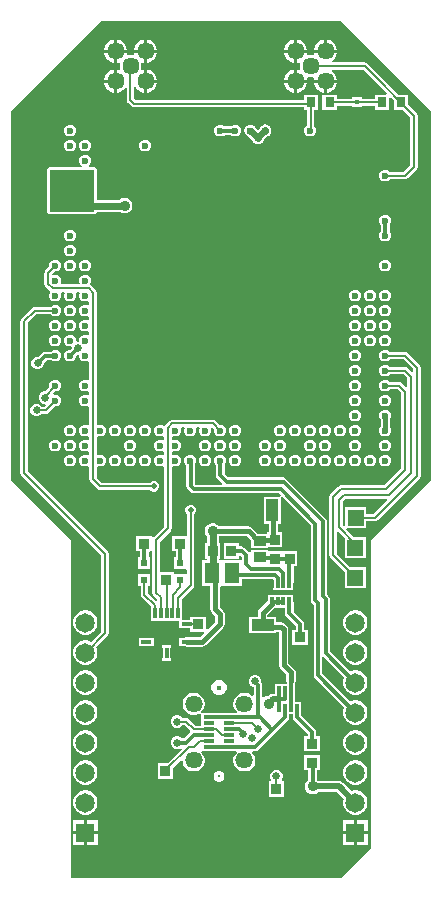
<source format=gbr>
%TF.GenerationSoftware,Altium Limited,Altium Designer,23.7.1 (13)*%
G04 Layer_Physical_Order=1*
G04 Layer_Color=255*
%FSLAX45Y45*%
%MOMM*%
%TF.SameCoordinates,13906D11-38DA-49B6-AFB5-B3B90C62E25A*%
%TF.FilePolarity,Positive*%
%TF.FileFunction,Copper,L1,Top,Signal*%
%TF.Part,Single*%
G01*
G75*
%TA.AperFunction,SMDPad,CuDef*%
%ADD10R,1.02000X1.92000*%
%ADD11R,0.30000X0.67000*%
%ADD12R,2.15000X2.15000*%
%ADD13R,0.30000X0.90000*%
%ADD14R,0.90000X0.30000*%
%ADD15R,0.60000X0.60000*%
%ADD16R,1.92000X1.02000*%
%TA.AperFunction,BGAPad,CuDef*%
%ADD17C,0.60000*%
%TA.AperFunction,SMDPad,CuDef*%
%ADD18R,0.25000X0.50000*%
%ADD19R,0.80000X0.90000*%
%ADD20R,0.42000X0.46000*%
%ADD21R,0.95000X0.85000*%
%ADD22R,0.87000X0.30000*%
%ADD23R,1.25000X1.80000*%
%ADD24R,0.85000X0.95000*%
%ADD25R,0.99000X0.81000*%
%TA.AperFunction,Conductor*%
%ADD26C,0.20000*%
%ADD27C,0.40000*%
%ADD28C,0.60000*%
%ADD29C,0.30000*%
%ADD30C,0.50000*%
%ADD31C,0.21000*%
%ADD32C,0.38100*%
%ADD33R,3.81000X3.55600*%
%TA.AperFunction,ComponentPad*%
%ADD34C,0.44500*%
%ADD35C,0.26000*%
%ADD36C,1.46000*%
%ADD37C,1.44600*%
%ADD38C,1.65000*%
%ADD39R,1.65000X1.65000*%
%ADD40R,1.40000X1.40000*%
%TA.AperFunction,ViaPad*%
%ADD41C,0.50000*%
%ADD42C,0.65000*%
%ADD43C,0.90000*%
G36*
X10922000Y9029700D02*
Y5905500D01*
X10414000Y5397500D01*
Y2794000D01*
X10160000Y2540000D01*
X7874000D01*
Y5397500D01*
X7366000Y5905500D01*
Y9029700D01*
X8128000Y9791700D01*
X10160000D01*
X10922000Y9029700D01*
D02*
G37*
%LPC*%
G36*
X10045862Y9635400D02*
X10045700D01*
Y9550400D01*
X10130700D01*
Y9550562D01*
X10124042Y9575411D01*
X10111179Y9597689D01*
X10092989Y9615879D01*
X10070711Y9628742D01*
X10045862Y9635400D01*
D02*
G37*
G36*
X10020300D02*
X10020138D01*
X9995289Y9628742D01*
X9973011Y9615879D01*
X9954821Y9597689D01*
X9941958Y9575411D01*
X9935300Y9550562D01*
Y9550400D01*
X10020300D01*
Y9635400D01*
D02*
G37*
G36*
X9791862D02*
X9791700D01*
Y9550400D01*
X9876700D01*
Y9550562D01*
X9870042Y9575411D01*
X9857179Y9597689D01*
X9838989Y9615879D01*
X9816711Y9628742D01*
X9791862Y9635400D01*
D02*
G37*
G36*
X9766300D02*
X9766138D01*
X9741289Y9628742D01*
X9719011Y9615879D01*
X9700821Y9597689D01*
X9687958Y9575411D01*
X9681300Y9550562D01*
Y9550400D01*
X9766300D01*
Y9635400D01*
D02*
G37*
G36*
X8521862D02*
X8521700D01*
Y9550400D01*
X8606700D01*
Y9550562D01*
X8600042Y9575411D01*
X8587179Y9597689D01*
X8568989Y9615879D01*
X8546711Y9628742D01*
X8521862Y9635400D01*
D02*
G37*
G36*
X8496300D02*
X8496138D01*
X8471289Y9628742D01*
X8449011Y9615879D01*
X8430821Y9597689D01*
X8417958Y9575411D01*
X8411300Y9550562D01*
Y9550400D01*
X8496300D01*
Y9635400D01*
D02*
G37*
G36*
X8267862D02*
X8267700D01*
Y9550400D01*
X8352700D01*
Y9550562D01*
X8346042Y9575411D01*
X8333179Y9597689D01*
X8314989Y9615879D01*
X8292711Y9628742D01*
X8267862Y9635400D01*
D02*
G37*
G36*
X8242300D02*
X8242138D01*
X8217289Y9628742D01*
X8195011Y9615879D01*
X8176821Y9597689D01*
X8163958Y9575411D01*
X8157300Y9550562D01*
Y9550400D01*
X8242300D01*
Y9635400D01*
D02*
G37*
G36*
X8496300Y9525000D02*
X8411300D01*
Y9524838D01*
X8415135Y9510526D01*
X8404766Y9500156D01*
X8394152Y9503000D01*
X8369848D01*
X8359234Y9500156D01*
X8348865Y9510526D01*
X8352700Y9524838D01*
Y9525000D01*
X8267700D01*
Y9440000D01*
X8267862D01*
X8282174Y9443835D01*
X8292544Y9433466D01*
X8289700Y9422852D01*
Y9398548D01*
X8292544Y9387934D01*
X8282174Y9377565D01*
X8267862Y9381400D01*
X8267700D01*
Y9283700D01*
Y9186000D01*
X8267862D01*
X8292711Y9192658D01*
X8314989Y9205521D01*
X8333179Y9223711D01*
X8337943Y9231961D01*
X8350643Y9228559D01*
Y9183920D01*
X8348980D01*
Y9093920D01*
X8370002D01*
X8392711Y9071211D01*
X8402800Y9064470D01*
X8414700Y9062103D01*
X9847280D01*
Y9038360D01*
X9874903D01*
Y8905214D01*
X9862612Y8892923D01*
X9855000Y8874546D01*
Y8854654D01*
X9862612Y8836277D01*
X9876677Y8822212D01*
X9895054Y8814600D01*
X9914946D01*
X9933323Y8822212D01*
X9947388Y8836277D01*
X9955000Y8854654D01*
Y8874546D01*
X9947388Y8892923D01*
X9937097Y8903214D01*
Y9038360D01*
X9967280D01*
Y9168360D01*
X9847280D01*
Y9124297D01*
X8427581D01*
X8413980Y9137898D01*
Y9183920D01*
X8412837D01*
Y9229459D01*
X8425537Y9232862D01*
X8430821Y9223711D01*
X8449011Y9205521D01*
X8471289Y9192658D01*
X8496138Y9186000D01*
X8496300D01*
Y9283700D01*
Y9381400D01*
X8496138D01*
X8481826Y9377565D01*
X8471456Y9387934D01*
X8474300Y9398548D01*
Y9422852D01*
X8471456Y9433466D01*
X8481826Y9443835D01*
X8496138Y9440000D01*
X8496300D01*
Y9525000D01*
D02*
G37*
G36*
X10130700D02*
X9935300D01*
Y9524838D01*
X9939135Y9510526D01*
X9928766Y9500156D01*
X9918152Y9503000D01*
X9893848D01*
X9883234Y9500156D01*
X9872865Y9510526D01*
X9876700Y9524838D01*
Y9525000D01*
X9791700D01*
Y9440000D01*
X9791862D01*
X9806174Y9443835D01*
X9816544Y9433466D01*
X9813700Y9422852D01*
Y9398548D01*
X9816544Y9387934D01*
X9806174Y9377565D01*
X9791862Y9381400D01*
X9791700D01*
Y9296400D01*
X9876700D01*
Y9296562D01*
X9872865Y9310874D01*
X9883234Y9321244D01*
X9893848Y9318400D01*
X9918152D01*
X9928766Y9321244D01*
X9939135Y9310874D01*
X9935300Y9296562D01*
Y9296400D01*
X10130700D01*
Y9296562D01*
X10124042Y9321411D01*
X10111179Y9343689D01*
X10092989Y9361879D01*
X10084288Y9366903D01*
X10087691Y9379603D01*
X10350319D01*
X10549829Y9180093D01*
X10544968Y9168360D01*
X10451800D01*
Y9134477D01*
X10340700D01*
Y9146380D01*
X10258700D01*
Y9134477D01*
X10127280D01*
Y9168360D01*
X10007280D01*
Y9038360D01*
X10127280D01*
Y9072283D01*
X10258700D01*
Y9060380D01*
X10340700D01*
Y9072283D01*
X10451800D01*
Y9038360D01*
X10571800D01*
Y9141529D01*
X10583533Y9146389D01*
X10611800Y9118122D01*
Y9038360D01*
X10691562D01*
X10751203Y8978719D01*
Y8572681D01*
X10693219Y8514697D01*
X10579614D01*
X10568323Y8525988D01*
X10549946Y8533600D01*
X10530054D01*
X10511677Y8525988D01*
X10497612Y8511923D01*
X10490000Y8493546D01*
Y8473654D01*
X10497612Y8455277D01*
X10511677Y8441212D01*
X10530054Y8433600D01*
X10549946D01*
X10568323Y8441212D01*
X10579614Y8452503D01*
X10706100D01*
X10718000Y8454870D01*
X10728089Y8461611D01*
X10804289Y8537811D01*
X10811030Y8547900D01*
X10813397Y8559800D01*
Y8991600D01*
X10811030Y9003500D01*
X10804289Y9013589D01*
X10731800Y9086078D01*
Y9168360D01*
X10649518D01*
X10385189Y9432689D01*
X10375100Y9439430D01*
X10363200Y9441797D01*
X10087691D01*
X10084288Y9454497D01*
X10092989Y9459521D01*
X10111179Y9477711D01*
X10124042Y9499989D01*
X10130700Y9524838D01*
Y9525000D01*
D02*
G37*
G36*
X9766300D02*
X9681300D01*
Y9524838D01*
X9687958Y9499989D01*
X9700821Y9477711D01*
X9719011Y9459521D01*
X9741289Y9446658D01*
X9766138Y9440000D01*
X9766300D01*
Y9525000D01*
D02*
G37*
G36*
X8606700D02*
X8521700D01*
Y9440000D01*
X8521862D01*
X8546711Y9446658D01*
X8568989Y9459521D01*
X8587179Y9477711D01*
X8600042Y9499989D01*
X8606700Y9524838D01*
Y9525000D01*
D02*
G37*
G36*
X8242300D02*
X8157300D01*
Y9524838D01*
X8163958Y9499989D01*
X8176821Y9477711D01*
X8195011Y9459521D01*
X8217289Y9446658D01*
X8242138Y9440000D01*
X8242300D01*
Y9525000D01*
D02*
G37*
G36*
X9766300Y9381400D02*
X9766138D01*
X9741289Y9374742D01*
X9719011Y9361879D01*
X9700821Y9343689D01*
X9687958Y9321411D01*
X9681300Y9296562D01*
Y9296400D01*
X9766300D01*
Y9381400D01*
D02*
G37*
G36*
X8521862D02*
X8521700D01*
Y9296400D01*
X8606700D01*
Y9296562D01*
X8600042Y9321411D01*
X8587179Y9343689D01*
X8568989Y9361879D01*
X8546711Y9374742D01*
X8521862Y9381400D01*
D02*
G37*
G36*
X8242300D02*
X8242138D01*
X8217289Y9374742D01*
X8195011Y9361879D01*
X8176821Y9343689D01*
X8163958Y9321411D01*
X8157300Y9296562D01*
Y9296400D01*
X8242300D01*
Y9381400D01*
D02*
G37*
G36*
X10130700Y9271000D02*
X10045700D01*
Y9186000D01*
X10045862D01*
X10070711Y9192658D01*
X10092989Y9205521D01*
X10111179Y9223711D01*
X10124042Y9245989D01*
X10130700Y9270838D01*
Y9271000D01*
D02*
G37*
G36*
X10020300D02*
X9935300D01*
Y9270838D01*
X9941958Y9245989D01*
X9954821Y9223711D01*
X9973011Y9205521D01*
X9995289Y9192658D01*
X10020138Y9186000D01*
X10020300D01*
Y9271000D01*
D02*
G37*
G36*
X9876700D02*
X9791700D01*
Y9186000D01*
X9791862D01*
X9816711Y9192658D01*
X9838989Y9205521D01*
X9857179Y9223711D01*
X9870042Y9245989D01*
X9876700Y9270838D01*
Y9271000D01*
D02*
G37*
G36*
X9766300D02*
X9681300D01*
Y9270838D01*
X9687958Y9245989D01*
X9700821Y9223711D01*
X9719011Y9205521D01*
X9741289Y9192658D01*
X9766138Y9186000D01*
X9766300D01*
Y9271000D01*
D02*
G37*
G36*
X8606700D02*
X8521700D01*
Y9186000D01*
X8521862D01*
X8546711Y9192658D01*
X8568989Y9205521D01*
X8587179Y9223711D01*
X8600042Y9245989D01*
X8606700Y9270838D01*
Y9271000D01*
D02*
G37*
G36*
X8242300D02*
X8157300D01*
Y9270838D01*
X8163958Y9245989D01*
X8176821Y9223711D01*
X8195011Y9205521D01*
X8217289Y9192658D01*
X8242138Y9186000D01*
X8242300D01*
Y9271000D01*
D02*
G37*
G36*
X9279946Y8914600D02*
X9260054D01*
X9241677Y8906988D01*
X9234975Y8900286D01*
X9178025D01*
X9171323Y8906988D01*
X9152946Y8914600D01*
X9133054D01*
X9114677Y8906988D01*
X9100612Y8892923D01*
X9093000Y8874546D01*
Y8854654D01*
X9100612Y8836277D01*
X9114677Y8822212D01*
X9133054Y8814600D01*
X9152946D01*
X9171323Y8822212D01*
X9178025Y8828914D01*
X9234975D01*
X9241677Y8822212D01*
X9260054Y8814600D01*
X9279946D01*
X9298323Y8822212D01*
X9312388Y8836277D01*
X9320000Y8854654D01*
Y8874546D01*
X9312388Y8892923D01*
X9298323Y8906988D01*
X9279946Y8914600D01*
D02*
G37*
G36*
X9524000Y8916580D02*
X9504491Y8912699D01*
X9496379Y8907279D01*
X9495677Y8906988D01*
X9495140Y8906451D01*
X9487952Y8901648D01*
X9483149Y8894460D01*
X9481612Y8892923D01*
X9480780Y8890914D01*
X9476901Y8885109D01*
X9475977Y8880464D01*
X9461500Y8865987D01*
X9445526Y8881960D01*
X9445099Y8884109D01*
X9439679Y8892221D01*
X9439388Y8892923D01*
X9438851Y8893460D01*
X9434048Y8900648D01*
X9426860Y8905451D01*
X9425323Y8906988D01*
X9423314Y8907820D01*
X9417509Y8911699D01*
X9410660Y8913061D01*
X9406946Y8914600D01*
X9402925D01*
X9398000Y8915580D01*
X9397000D01*
X9392075Y8914600D01*
X9387054D01*
X9382416Y8912679D01*
X9377491Y8911699D01*
X9373317Y8908910D01*
X9368677Y8906988D01*
X9365126Y8903437D01*
X9360952Y8900648D01*
X9358163Y8896474D01*
X9354612Y8892923D01*
X9352690Y8888283D01*
X9349901Y8884109D01*
X9348921Y8879184D01*
X9347000Y8874546D01*
Y8869525D01*
X9346020Y8864600D01*
X9347000Y8859675D01*
Y8854654D01*
X9348921Y8850016D01*
X9349901Y8845091D01*
X9352690Y8840917D01*
X9354612Y8836277D01*
X9358163Y8832726D01*
X9360952Y8828552D01*
X9365126Y8825763D01*
X9368677Y8822212D01*
X9373317Y8820290D01*
X9377491Y8817501D01*
X9380889Y8816825D01*
X9410374Y8787340D01*
X9416993Y8771361D01*
X9431761Y8756593D01*
X9451057Y8748600D01*
X9471943D01*
X9491239Y8756593D01*
X9506007Y8771361D01*
X9512626Y8787340D01*
X9541360Y8816074D01*
X9543509Y8816501D01*
X9551620Y8821921D01*
X9552323Y8822212D01*
X9552861Y8822750D01*
X9560048Y8827552D01*
X9564850Y8834740D01*
X9566388Y8836277D01*
X9567220Y8838286D01*
X9571099Y8844091D01*
X9572461Y8850939D01*
X9574000Y8854654D01*
Y8858675D01*
X9574980Y8863600D01*
Y8865600D01*
X9574000Y8870525D01*
Y8874546D01*
X9572461Y8878260D01*
X9571099Y8885109D01*
X9567220Y8890914D01*
X9566388Y8892923D01*
X9564851Y8894460D01*
X9560048Y8901648D01*
X9552860Y8906451D01*
X9552323Y8906988D01*
X9551621Y8907279D01*
X9543509Y8912699D01*
X9524000Y8916580D01*
D02*
G37*
G36*
X7882946Y8914600D02*
X7863054D01*
X7844677Y8906988D01*
X7830612Y8892923D01*
X7823000Y8874546D01*
Y8854654D01*
X7830612Y8836277D01*
X7844677Y8822212D01*
X7863054Y8814600D01*
X7882946D01*
X7901323Y8822212D01*
X7915388Y8836277D01*
X7923000Y8854654D01*
Y8874546D01*
X7915388Y8892923D01*
X7901323Y8906988D01*
X7882946Y8914600D01*
D02*
G37*
G36*
X8517946Y8787600D02*
X8498054D01*
X8479677Y8779988D01*
X8465612Y8765923D01*
X8458000Y8747546D01*
Y8727654D01*
X8465612Y8709277D01*
X8479677Y8695212D01*
X8498054Y8687600D01*
X8517946D01*
X8536323Y8695212D01*
X8550388Y8709277D01*
X8558000Y8727654D01*
Y8747546D01*
X8550388Y8765923D01*
X8536323Y8779988D01*
X8517946Y8787600D01*
D02*
G37*
G36*
X8009946D02*
X7990054D01*
X7971677Y8779988D01*
X7957612Y8765923D01*
X7950000Y8747546D01*
Y8727654D01*
X7957612Y8709277D01*
X7971677Y8695212D01*
X7990054Y8687600D01*
X8009946D01*
X8028323Y8695212D01*
X8042388Y8709277D01*
X8050000Y8727654D01*
Y8747546D01*
X8042388Y8765923D01*
X8028323Y8779988D01*
X8009946Y8787600D01*
D02*
G37*
G36*
X7882946D02*
X7863054D01*
X7844677Y8779988D01*
X7830612Y8765923D01*
X7823000Y8747546D01*
Y8727654D01*
X7830612Y8709277D01*
X7844677Y8695212D01*
X7863054Y8687600D01*
X7882946D01*
X7901323Y8695212D01*
X7915388Y8709277D01*
X7923000Y8727654D01*
Y8747546D01*
X7915388Y8765923D01*
X7901323Y8779988D01*
X7882946Y8787600D01*
D02*
G37*
G36*
X8009946Y8660600D02*
X7990054D01*
X7971677Y8652988D01*
X7957612Y8638923D01*
X7950000Y8620546D01*
Y8600654D01*
X7957612Y8582277D01*
X7971677Y8568212D01*
X7973416Y8567492D01*
X7970889Y8554792D01*
X7696200D01*
X7688396Y8553240D01*
X7681781Y8548819D01*
X7677360Y8542204D01*
X7675808Y8534400D01*
Y8178800D01*
X7677360Y8170996D01*
X7681781Y8164381D01*
X7688396Y8159960D01*
X7696200Y8158408D01*
X8077200D01*
X8085004Y8159960D01*
X8091619Y8164381D01*
X8096040Y8170996D01*
X8097556Y8178620D01*
X8290256D01*
X8291289Y8177587D01*
X8306111Y8169030D01*
X8322642Y8164600D01*
X8339758D01*
X8356289Y8169030D01*
X8371111Y8177587D01*
X8383213Y8189689D01*
X8391770Y8204511D01*
X8396200Y8221042D01*
Y8238158D01*
X8391770Y8254689D01*
X8383213Y8269511D01*
X8371111Y8281613D01*
X8356289Y8290170D01*
X8339758Y8294600D01*
X8322642D01*
X8306111Y8290170D01*
X8291289Y8281613D01*
X8290256Y8280580D01*
X8097592D01*
Y8534400D01*
X8096040Y8542204D01*
X8091619Y8548819D01*
X8085004Y8553240D01*
X8077200Y8554792D01*
X8029111D01*
X8026584Y8567492D01*
X8028323Y8568212D01*
X8042388Y8582277D01*
X8050000Y8600654D01*
Y8620546D01*
X8042388Y8638923D01*
X8028323Y8652988D01*
X8009946Y8660600D01*
D02*
G37*
G36*
X10549946Y8152600D02*
X10530054D01*
X10511677Y8144988D01*
X10497612Y8130923D01*
X10490000Y8112546D01*
Y8092654D01*
X10497612Y8074277D01*
X10504314Y8067575D01*
Y8010625D01*
X10497612Y8003923D01*
X10490000Y7985546D01*
Y7965654D01*
X10497612Y7947277D01*
X10511677Y7933212D01*
X10530054Y7925600D01*
X10549946D01*
X10568323Y7933212D01*
X10582388Y7947277D01*
X10590000Y7965654D01*
Y7985546D01*
X10582388Y8003923D01*
X10575686Y8010625D01*
Y8067575D01*
X10582388Y8074277D01*
X10590000Y8092654D01*
Y8112546D01*
X10582388Y8130923D01*
X10568323Y8144988D01*
X10549946Y8152600D01*
D02*
G37*
G36*
X7882946Y8025600D02*
X7863054D01*
X7844677Y8017988D01*
X7830612Y8003923D01*
X7823000Y7985546D01*
Y7965654D01*
X7830612Y7947277D01*
X7844677Y7933212D01*
X7863054Y7925600D01*
X7882946D01*
X7901323Y7933212D01*
X7915388Y7947277D01*
X7923000Y7965654D01*
Y7985546D01*
X7915388Y8003923D01*
X7901323Y8017988D01*
X7882946Y8025600D01*
D02*
G37*
G36*
Y7898600D02*
X7863054D01*
X7844677Y7890988D01*
X7830612Y7876923D01*
X7823000Y7858546D01*
Y7838654D01*
X7830612Y7820277D01*
X7844677Y7806212D01*
X7863054Y7798600D01*
X7882946D01*
X7901323Y7806212D01*
X7915388Y7820277D01*
X7923000Y7838654D01*
Y7858546D01*
X7915388Y7876923D01*
X7901323Y7890988D01*
X7882946Y7898600D01*
D02*
G37*
G36*
X10549946Y7771600D02*
X10530054D01*
X10511677Y7763988D01*
X10497612Y7749923D01*
X10490000Y7731546D01*
Y7711654D01*
X10497612Y7693277D01*
X10511677Y7679212D01*
X10530054Y7671600D01*
X10549946D01*
X10568323Y7679212D01*
X10582388Y7693277D01*
X10590000Y7711654D01*
Y7731546D01*
X10582388Y7749923D01*
X10568323Y7763988D01*
X10549946Y7771600D01*
D02*
G37*
G36*
X8009946D02*
X7990054D01*
X7971677Y7763988D01*
X7957612Y7749923D01*
X7950000Y7731546D01*
Y7711654D01*
X7957612Y7693277D01*
X7971677Y7679212D01*
X7990054Y7671600D01*
X8009946D01*
X8028323Y7679212D01*
X8042388Y7693277D01*
X8050000Y7711654D01*
Y7731546D01*
X8042388Y7749923D01*
X8028323Y7763988D01*
X8009946Y7771600D01*
D02*
G37*
G36*
X7882946D02*
X7863054D01*
X7844677Y7763988D01*
X7830612Y7749923D01*
X7823000Y7731546D01*
Y7711654D01*
X7830612Y7693277D01*
X7844677Y7679212D01*
X7863054Y7671600D01*
X7882946D01*
X7901323Y7679212D01*
X7915388Y7693277D01*
X7923000Y7711654D01*
Y7731546D01*
X7915388Y7749923D01*
X7901323Y7763988D01*
X7882946Y7771600D01*
D02*
G37*
G36*
X10549946Y7517600D02*
X10530054D01*
X10511677Y7509988D01*
X10497612Y7495923D01*
X10490000Y7477546D01*
Y7457654D01*
X10497612Y7439277D01*
X10511677Y7425212D01*
X10530054Y7417600D01*
X10549946D01*
X10568323Y7425212D01*
X10582388Y7439277D01*
X10590000Y7457654D01*
Y7477546D01*
X10582388Y7495923D01*
X10568323Y7509988D01*
X10549946Y7517600D01*
D02*
G37*
G36*
X10422946D02*
X10403054D01*
X10384677Y7509988D01*
X10370612Y7495923D01*
X10363000Y7477546D01*
Y7457654D01*
X10370612Y7439277D01*
X10384677Y7425212D01*
X10403054Y7417600D01*
X10422946D01*
X10441323Y7425212D01*
X10455388Y7439277D01*
X10463000Y7457654D01*
Y7477546D01*
X10455388Y7495923D01*
X10441323Y7509988D01*
X10422946Y7517600D01*
D02*
G37*
G36*
X10295946D02*
X10276054D01*
X10257677Y7509988D01*
X10243612Y7495923D01*
X10236000Y7477546D01*
Y7457654D01*
X10243612Y7439277D01*
X10257677Y7425212D01*
X10276054Y7417600D01*
X10295946D01*
X10314323Y7425212D01*
X10328388Y7439277D01*
X10336000Y7457654D01*
Y7477546D01*
X10328388Y7495923D01*
X10314323Y7509988D01*
X10295946Y7517600D01*
D02*
G37*
G36*
X7755946Y7771600D02*
X7736054D01*
X7717677Y7763988D01*
X7703612Y7749923D01*
X7696000Y7731546D01*
Y7714858D01*
X7661871Y7680729D01*
X7655241Y7670805D01*
X7652912Y7659100D01*
X7652912Y7659099D01*
Y7569201D01*
X7652912Y7569200D01*
X7655241Y7557495D01*
X7661871Y7547571D01*
X7699971Y7509471D01*
X7703612Y7495923D01*
X7702640Y7493576D01*
X7696000Y7477546D01*
Y7457654D01*
X7703612Y7439277D01*
X7717677Y7425212D01*
X7736054Y7417600D01*
X7755946D01*
X7774323Y7425212D01*
X7788388Y7439277D01*
X7796000Y7457654D01*
Y7477546D01*
X7791747Y7487812D01*
X7800234Y7500512D01*
X7818766D01*
X7827253Y7487812D01*
X7823000Y7477546D01*
Y7457654D01*
X7830612Y7439277D01*
X7844677Y7425212D01*
X7863054Y7417600D01*
X7882946D01*
X7901323Y7425212D01*
X7915388Y7439277D01*
X7923000Y7457654D01*
Y7477546D01*
X7918747Y7487812D01*
X7927234Y7500512D01*
X7945766D01*
X7954253Y7487812D01*
X7950000Y7477546D01*
Y7457654D01*
X7957612Y7439277D01*
X7971677Y7425212D01*
X7990054Y7417600D01*
X8009946D01*
X8021212Y7422267D01*
X8033912Y7414208D01*
Y7393992D01*
X8021212Y7385933D01*
X8009946Y7390600D01*
X7990054D01*
X7971677Y7382988D01*
X7957612Y7368923D01*
X7950000Y7350546D01*
Y7330654D01*
X7957612Y7312277D01*
X7971677Y7298212D01*
X7990054Y7290600D01*
X8009946D01*
X8021212Y7295267D01*
X8033912Y7287208D01*
Y7266992D01*
X8021212Y7258933D01*
X8009946Y7263600D01*
X7990054D01*
X7971677Y7255988D01*
X7957612Y7241923D01*
X7950000Y7223546D01*
Y7203654D01*
X7957612Y7185277D01*
X7971677Y7171212D01*
X7990054Y7163600D01*
X8009946D01*
X8021212Y7168267D01*
X8033912Y7160208D01*
Y7139992D01*
X8021212Y7131933D01*
X8009946Y7136600D01*
X7990054D01*
X7971677Y7128988D01*
X7957612Y7114923D01*
X7950000Y7096546D01*
Y7087333D01*
X7948098Y7076484D01*
X7938267Y7075600D01*
X7934733D01*
X7926811Y7076312D01*
X7923000Y7087333D01*
Y7096546D01*
X7915388Y7114923D01*
X7901323Y7128988D01*
X7882946Y7136600D01*
X7863054D01*
X7844677Y7128988D01*
X7830612Y7114923D01*
X7823000Y7096546D01*
Y7076654D01*
X7830612Y7058277D01*
X7844677Y7044212D01*
X7863054Y7036600D01*
X7873267D01*
X7883408Y7033957D01*
X7885000Y7024867D01*
Y7021567D01*
X7873033Y7009600D01*
X7863054D01*
X7844677Y7001988D01*
X7830612Y6987923D01*
X7823000Y6969546D01*
Y6949654D01*
X7830612Y6931277D01*
X7844677Y6917212D01*
X7863054Y6909600D01*
X7882946D01*
X7901323Y6917212D01*
X7915388Y6931277D01*
X7923000Y6949654D01*
Y6958633D01*
X7934967Y6970600D01*
X7938267D01*
X7948098Y6969716D01*
X7950000Y6958867D01*
Y6949654D01*
X7957612Y6931277D01*
X7971677Y6917212D01*
X7990054Y6909600D01*
X8009946D01*
X8021212Y6914267D01*
X8033912Y6906208D01*
Y6758992D01*
X8021212Y6750933D01*
X8009946Y6755600D01*
X7990054D01*
X7971677Y6747988D01*
X7957612Y6733923D01*
X7950000Y6715546D01*
Y6695654D01*
X7957612Y6677277D01*
X7971677Y6663212D01*
X7990054Y6655600D01*
X8009946D01*
X8021212Y6660267D01*
X8033912Y6652208D01*
Y6631992D01*
X8021212Y6623933D01*
X8009946Y6628600D01*
X7990054D01*
X7971677Y6620988D01*
X7957612Y6606923D01*
X7950000Y6588546D01*
Y6568654D01*
X7957612Y6550277D01*
X7971677Y6536212D01*
X7990054Y6528600D01*
X8009946D01*
X8021212Y6533267D01*
X8033912Y6525208D01*
Y6377992D01*
X8021212Y6369933D01*
X8009946Y6374600D01*
X7990054D01*
X7971677Y6366988D01*
X7957612Y6352923D01*
X7950000Y6334546D01*
Y6314654D01*
X7957612Y6296277D01*
X7971677Y6282212D01*
X7990054Y6274600D01*
X8009946D01*
X8021212Y6279267D01*
X8033912Y6271208D01*
Y6250992D01*
X8021212Y6242933D01*
X8009946Y6247600D01*
X7990054D01*
X7971677Y6239988D01*
X7957612Y6225923D01*
X7950000Y6207546D01*
Y6187654D01*
X7957612Y6169277D01*
X7971677Y6155212D01*
X7990054Y6147600D01*
X8009946D01*
X8021212Y6152267D01*
X8033912Y6144208D01*
Y6123992D01*
X8021212Y6115933D01*
X8009946Y6120600D01*
X7990054D01*
X7971677Y6112988D01*
X7957612Y6098923D01*
X7950000Y6080546D01*
Y6060654D01*
X7957612Y6042277D01*
X7971677Y6028212D01*
X7990054Y6020600D01*
X8009946D01*
X8021212Y6025267D01*
X8033912Y6017208D01*
Y5913121D01*
X8033912Y5913120D01*
X8036241Y5901415D01*
X8042871Y5891491D01*
X8103831Y5830532D01*
X8103831Y5830531D01*
X8113755Y5823901D01*
X8125460Y5821572D01*
X8544528D01*
X8552090Y5814011D01*
X8568629Y5807160D01*
X8586531D01*
X8603070Y5814011D01*
X8615729Y5826670D01*
X8622580Y5843209D01*
Y5861111D01*
X8615729Y5877650D01*
X8603070Y5890309D01*
X8586531Y5897160D01*
X8568629D01*
X8552090Y5890309D01*
X8544528Y5882748D01*
X8138130D01*
X8095088Y5925790D01*
Y6015952D01*
X8107788Y6024438D01*
X8117054Y6020600D01*
X8136946D01*
X8155323Y6028212D01*
X8169388Y6042277D01*
X8177000Y6060654D01*
Y6080546D01*
X8169388Y6098923D01*
X8155323Y6112988D01*
X8136946Y6120600D01*
X8117054D01*
X8107788Y6116762D01*
X8095088Y6125248D01*
Y6269952D01*
X8107788Y6278438D01*
X8117054Y6274600D01*
X8136946D01*
X8155323Y6282212D01*
X8169388Y6296277D01*
X8177000Y6314654D01*
Y6334546D01*
X8169388Y6352923D01*
X8155323Y6366988D01*
X8136946Y6374600D01*
X8117054D01*
X8107788Y6370762D01*
X8095088Y6379248D01*
Y7492999D01*
X8095088Y7493000D01*
X8092759Y7504705D01*
X8086129Y7514629D01*
X8048029Y7552729D01*
X8047293Y7553221D01*
X8042388Y7566277D01*
X8050000Y7584654D01*
Y7604546D01*
X8042388Y7622923D01*
X8028323Y7636988D01*
X8009946Y7644600D01*
X7990054D01*
X7971677Y7636988D01*
X7957612Y7622923D01*
X7950000Y7604546D01*
Y7584654D01*
X7954253Y7574388D01*
X7945766Y7561688D01*
X7800234D01*
X7791747Y7574388D01*
X7796000Y7584654D01*
Y7604546D01*
X7788388Y7622923D01*
X7774323Y7636988D01*
X7755946Y7644600D01*
X7736054D01*
X7726788Y7640762D01*
X7725521Y7641327D01*
X7718897Y7651240D01*
X7739258Y7671600D01*
X7755946D01*
X7774323Y7679212D01*
X7788388Y7693277D01*
X7796000Y7711654D01*
Y7731546D01*
X7788388Y7749923D01*
X7774323Y7763988D01*
X7755946Y7771600D01*
D02*
G37*
G36*
Y7390600D02*
X7736054D01*
X7717677Y7382988D01*
X7705877Y7371188D01*
X7569201D01*
X7569200Y7371188D01*
X7557495Y7368859D01*
X7547571Y7362229D01*
X7547571Y7362228D01*
X7458671Y7273329D01*
X7452041Y7263405D01*
X7449712Y7251700D01*
X7449712Y7251699D01*
Y5969001D01*
X7449712Y5969000D01*
X7452041Y5957295D01*
X7458671Y5947371D01*
X8135512Y5270530D01*
Y4622770D01*
X8048245Y4535502D01*
X8039563Y4540515D01*
X8013494Y4547500D01*
X7986505D01*
X7960436Y4540515D01*
X7937063Y4527020D01*
X7917979Y4507936D01*
X7904485Y4484564D01*
X7897500Y4458494D01*
Y4431506D01*
X7904485Y4405436D01*
X7917979Y4382064D01*
X7937063Y4362980D01*
X7960436Y4349485D01*
X7986505Y4342500D01*
X8013494D01*
X8039563Y4349485D01*
X8062936Y4362980D01*
X8082020Y4382064D01*
X8095514Y4405436D01*
X8102499Y4431506D01*
Y4458494D01*
X8095514Y4484564D01*
X8091234Y4491977D01*
X8187728Y4588471D01*
X8187729Y4588471D01*
X8194359Y4598395D01*
X8196688Y4610100D01*
X8196688Y4610101D01*
Y5283199D01*
X8196688Y5283200D01*
X8194359Y5294905D01*
X8187729Y5304829D01*
X8187728Y5304829D01*
X7510888Y5981670D01*
Y7239030D01*
X7581870Y7310012D01*
X7705877D01*
X7717677Y7298212D01*
X7736054Y7290600D01*
X7755946D01*
X7774323Y7298212D01*
X7788388Y7312277D01*
X7796000Y7330654D01*
Y7350546D01*
X7788388Y7368923D01*
X7774323Y7382988D01*
X7755946Y7390600D01*
D02*
G37*
G36*
X10549946D02*
X10530054D01*
X10511677Y7382988D01*
X10497612Y7368923D01*
X10490000Y7350546D01*
Y7330654D01*
X10497612Y7312277D01*
X10511677Y7298212D01*
X10530054Y7290600D01*
X10549946D01*
X10568323Y7298212D01*
X10582388Y7312277D01*
X10590000Y7330654D01*
Y7350546D01*
X10582388Y7368923D01*
X10568323Y7382988D01*
X10549946Y7390600D01*
D02*
G37*
G36*
X10422946D02*
X10403054D01*
X10384677Y7382988D01*
X10370612Y7368923D01*
X10363000Y7350546D01*
Y7330654D01*
X10370612Y7312277D01*
X10384677Y7298212D01*
X10403054Y7290600D01*
X10422946D01*
X10441323Y7298212D01*
X10455388Y7312277D01*
X10463000Y7330654D01*
Y7350546D01*
X10455388Y7368923D01*
X10441323Y7382988D01*
X10422946Y7390600D01*
D02*
G37*
G36*
X10295946D02*
X10276054D01*
X10257677Y7382988D01*
X10243612Y7368923D01*
X10236000Y7350546D01*
Y7330654D01*
X10243612Y7312277D01*
X10257677Y7298212D01*
X10276054Y7290600D01*
X10295946D01*
X10314323Y7298212D01*
X10328388Y7312277D01*
X10336000Y7330654D01*
Y7350546D01*
X10328388Y7368923D01*
X10314323Y7382988D01*
X10295946Y7390600D01*
D02*
G37*
G36*
X7882946D02*
X7863054D01*
X7844677Y7382988D01*
X7830612Y7368923D01*
X7823000Y7350546D01*
Y7330654D01*
X7830612Y7312277D01*
X7844677Y7298212D01*
X7863054Y7290600D01*
X7882946D01*
X7901323Y7298212D01*
X7915388Y7312277D01*
X7923000Y7330654D01*
Y7350546D01*
X7915388Y7368923D01*
X7901323Y7382988D01*
X7882946Y7390600D01*
D02*
G37*
G36*
X10549946Y7263600D02*
X10530054D01*
X10511677Y7255988D01*
X10497612Y7241923D01*
X10490000Y7223546D01*
Y7203654D01*
X10497612Y7185277D01*
X10511677Y7171212D01*
X10530054Y7163600D01*
X10549946D01*
X10568323Y7171212D01*
X10582388Y7185277D01*
X10590000Y7203654D01*
Y7223546D01*
X10582388Y7241923D01*
X10568323Y7255988D01*
X10549946Y7263600D01*
D02*
G37*
G36*
X10422946D02*
X10403054D01*
X10384677Y7255988D01*
X10370612Y7241923D01*
X10363000Y7223546D01*
Y7203654D01*
X10370612Y7185277D01*
X10384677Y7171212D01*
X10403054Y7163600D01*
X10422946D01*
X10441323Y7171212D01*
X10455388Y7185277D01*
X10463000Y7203654D01*
Y7223546D01*
X10455388Y7241923D01*
X10441323Y7255988D01*
X10422946Y7263600D01*
D02*
G37*
G36*
X10295946D02*
X10276054D01*
X10257677Y7255988D01*
X10243612Y7241923D01*
X10236000Y7223546D01*
Y7203654D01*
X10243612Y7185277D01*
X10257677Y7171212D01*
X10276054Y7163600D01*
X10295946D01*
X10314323Y7171212D01*
X10328388Y7185277D01*
X10336000Y7203654D01*
Y7223546D01*
X10328388Y7241923D01*
X10314323Y7255988D01*
X10295946Y7263600D01*
D02*
G37*
G36*
X7882946D02*
X7863054D01*
X7844677Y7255988D01*
X7830612Y7241923D01*
X7823000Y7223546D01*
Y7203654D01*
X7830612Y7185277D01*
X7844677Y7171212D01*
X7863054Y7163600D01*
X7882946D01*
X7901323Y7171212D01*
X7915388Y7185277D01*
X7923000Y7203654D01*
Y7223546D01*
X7915388Y7241923D01*
X7901323Y7255988D01*
X7882946Y7263600D01*
D02*
G37*
G36*
X7755946D02*
X7736054D01*
X7717677Y7255988D01*
X7703612Y7241923D01*
X7696000Y7223546D01*
Y7203654D01*
X7703612Y7185277D01*
X7717677Y7171212D01*
X7736054Y7163600D01*
X7755946D01*
X7774323Y7171212D01*
X7788388Y7185277D01*
X7796000Y7203654D01*
Y7223546D01*
X7788388Y7241923D01*
X7774323Y7255988D01*
X7755946Y7263600D01*
D02*
G37*
G36*
X10549946Y7136600D02*
X10530054D01*
X10511677Y7128988D01*
X10497612Y7114923D01*
X10490000Y7096546D01*
Y7076654D01*
X10497612Y7058277D01*
X10511677Y7044212D01*
X10530054Y7036600D01*
X10549946D01*
X10568323Y7044212D01*
X10582388Y7058277D01*
X10590000Y7076654D01*
Y7096546D01*
X10582388Y7114923D01*
X10568323Y7128988D01*
X10549946Y7136600D01*
D02*
G37*
G36*
X10422946D02*
X10403054D01*
X10384677Y7128988D01*
X10370612Y7114923D01*
X10363000Y7096546D01*
Y7076654D01*
X10370612Y7058277D01*
X10384677Y7044212D01*
X10403054Y7036600D01*
X10422946D01*
X10441323Y7044212D01*
X10455388Y7058277D01*
X10463000Y7076654D01*
Y7096546D01*
X10455388Y7114923D01*
X10441323Y7128988D01*
X10422946Y7136600D01*
D02*
G37*
G36*
X10295946D02*
X10276054D01*
X10257677Y7128988D01*
X10243612Y7114923D01*
X10236000Y7096546D01*
Y7076654D01*
X10243612Y7058277D01*
X10257677Y7044212D01*
X10276054Y7036600D01*
X10295946D01*
X10314323Y7044212D01*
X10328388Y7058277D01*
X10336000Y7076654D01*
Y7096546D01*
X10328388Y7114923D01*
X10314323Y7128988D01*
X10295946Y7136600D01*
D02*
G37*
G36*
X7755946D02*
X7736054D01*
X7717677Y7128988D01*
X7703612Y7114923D01*
X7696000Y7096546D01*
Y7076654D01*
X7703612Y7058277D01*
X7717677Y7044212D01*
X7736054Y7036600D01*
X7755946D01*
X7774323Y7044212D01*
X7788388Y7058277D01*
X7796000Y7076654D01*
Y7096546D01*
X7788388Y7114923D01*
X7774323Y7128988D01*
X7755946Y7136600D01*
D02*
G37*
G36*
X10295946Y7009600D02*
X10276054D01*
X10257677Y7001988D01*
X10243612Y6987923D01*
X10236000Y6969546D01*
Y6949654D01*
X10243612Y6931277D01*
X10257677Y6917212D01*
X10276054Y6909600D01*
X10295946D01*
X10314323Y6917212D01*
X10328388Y6931277D01*
X10336000Y6949654D01*
Y6969546D01*
X10328388Y6987923D01*
X10314323Y7001988D01*
X10295946Y7009600D01*
D02*
G37*
G36*
X7755946D02*
X7736054D01*
X7717677Y7001988D01*
X7707639Y6991950D01*
X7661715D01*
X7648059Y6989233D01*
X7636481Y6981498D01*
X7603584Y6948600D01*
X7584157D01*
X7564861Y6940607D01*
X7550093Y6925839D01*
X7542100Y6906543D01*
Y6885657D01*
X7550093Y6866361D01*
X7564861Y6851593D01*
X7584157Y6843600D01*
X7605043D01*
X7624339Y6851593D01*
X7639107Y6866361D01*
X7647100Y6885657D01*
Y6891182D01*
X7676496Y6920578D01*
X7714311D01*
X7717677Y6917212D01*
X7736054Y6909600D01*
X7755946D01*
X7774323Y6917212D01*
X7788388Y6931277D01*
X7796000Y6949654D01*
Y6969546D01*
X7788388Y6987923D01*
X7774323Y7001988D01*
X7755946Y7009600D01*
D02*
G37*
G36*
X10549946D02*
X10530054D01*
X10511677Y7001988D01*
X10497612Y6987923D01*
X10490000Y6969546D01*
Y6949654D01*
X10497612Y6931277D01*
X10511677Y6917212D01*
X10530054Y6909600D01*
X10549946D01*
X10568323Y6917212D01*
X10580123Y6929012D01*
X10693430D01*
X10777112Y6845330D01*
Y6821439D01*
X10765379Y6816579D01*
X10727729Y6854229D01*
X10717805Y6860859D01*
X10706100Y6863188D01*
X10706099Y6863188D01*
X10580123D01*
X10568323Y6874988D01*
X10549946Y6882600D01*
X10530054D01*
X10511677Y6874988D01*
X10497612Y6860923D01*
X10490000Y6842546D01*
Y6822654D01*
X10497612Y6804277D01*
X10511677Y6790212D01*
X10530054Y6782600D01*
X10549946D01*
X10568323Y6790212D01*
X10580123Y6802012D01*
X10693430D01*
X10726312Y6769130D01*
Y6694439D01*
X10714579Y6689579D01*
X10676929Y6727229D01*
X10667005Y6733859D01*
X10655300Y6736188D01*
X10655299Y6736188D01*
X10580123D01*
X10568323Y6747988D01*
X10549946Y6755600D01*
X10530054D01*
X10511677Y6747988D01*
X10497612Y6733923D01*
X10490000Y6715546D01*
Y6695654D01*
X10497612Y6677277D01*
X10511677Y6663212D01*
X10530054Y6655600D01*
X10549946D01*
X10568323Y6663212D01*
X10580123Y6675012D01*
X10642630D01*
X10675512Y6642130D01*
Y6007070D01*
X10528330Y5859888D01*
X10160000D01*
X10148294Y5857559D01*
X10138371Y5850929D01*
X10138371Y5850928D01*
X10074871Y5787429D01*
X10068241Y5777505D01*
X10065912Y5765800D01*
X10065912Y5765799D01*
Y5270501D01*
X10065912Y5270500D01*
X10068241Y5258795D01*
X10074871Y5248871D01*
X10196000Y5127742D01*
Y4990000D01*
X10376000D01*
Y5170000D01*
X10240258D01*
X10127088Y5283170D01*
Y5464811D01*
X10138821Y5469671D01*
X10196000Y5412492D01*
Y5244000D01*
X10376000D01*
Y5424000D01*
X10271008D01*
X10208741Y5486267D01*
X10213601Y5498000D01*
X10377000D01*
Y5557412D01*
X10452099D01*
X10452100Y5557412D01*
X10463805Y5559741D01*
X10473729Y5566371D01*
X10829329Y5921971D01*
X10835959Y5931895D01*
X10838288Y5943600D01*
X10838288Y5943601D01*
Y6858000D01*
X10835959Y6869706D01*
X10829329Y6879629D01*
X10829328Y6879629D01*
X10727729Y6981229D01*
X10717805Y6987859D01*
X10706100Y6990188D01*
X10706099Y6990188D01*
X10580123D01*
X10568323Y7001988D01*
X10549946Y7009600D01*
D02*
G37*
G36*
X10295946Y6882600D02*
X10276054D01*
X10257677Y6874988D01*
X10243612Y6860923D01*
X10236000Y6842546D01*
Y6822654D01*
X10243612Y6804277D01*
X10257677Y6790212D01*
X10276054Y6782600D01*
X10295946D01*
X10314323Y6790212D01*
X10328388Y6804277D01*
X10336000Y6822654D01*
Y6842546D01*
X10328388Y6860923D01*
X10314323Y6874988D01*
X10295946Y6882600D01*
D02*
G37*
G36*
Y6755600D02*
X10276054D01*
X10257677Y6747988D01*
X10243612Y6733923D01*
X10236000Y6715546D01*
Y6695654D01*
X10243612Y6677277D01*
X10257677Y6663212D01*
X10276054Y6655600D01*
X10295946D01*
X10314323Y6663212D01*
X10328388Y6677277D01*
X10336000Y6695654D01*
Y6715546D01*
X10328388Y6733923D01*
X10314323Y6747988D01*
X10295946Y6755600D01*
D02*
G37*
G36*
X10549946Y6628600D02*
X10530054D01*
X10511677Y6620988D01*
X10497612Y6606923D01*
X10490000Y6588546D01*
Y6568654D01*
X10497612Y6550277D01*
X10511677Y6536212D01*
X10530054Y6528600D01*
X10549946D01*
X10568323Y6536212D01*
X10582388Y6550277D01*
X10590000Y6568654D01*
Y6588546D01*
X10582388Y6606923D01*
X10568323Y6620988D01*
X10549946Y6628600D01*
D02*
G37*
G36*
X10295946D02*
X10276054D01*
X10257677Y6620988D01*
X10243612Y6606923D01*
X10236000Y6588546D01*
Y6568654D01*
X10243612Y6550277D01*
X10257677Y6536212D01*
X10276054Y6528600D01*
X10295946D01*
X10314323Y6536212D01*
X10328388Y6550277D01*
X10336000Y6568654D01*
Y6588546D01*
X10328388Y6606923D01*
X10314323Y6620988D01*
X10295946Y6628600D01*
D02*
G37*
G36*
X7755946Y6755600D02*
X7736054D01*
X7717677Y6747988D01*
X7703612Y6733923D01*
X7696000Y6715546D01*
Y6695654D01*
X7696797Y6693729D01*
X7659568Y6656500D01*
X7647657D01*
X7628361Y6648507D01*
X7613593Y6633739D01*
X7605600Y6614443D01*
Y6593557D01*
X7613593Y6574261D01*
X7628361Y6559493D01*
X7647657Y6551500D01*
X7657682D01*
X7662942Y6538800D01*
X7652050Y6527908D01*
X7630639D01*
X7616719Y6541827D01*
X7597423Y6549820D01*
X7576537D01*
X7557241Y6541827D01*
X7542473Y6527059D01*
X7534480Y6507763D01*
Y6486877D01*
X7542473Y6467581D01*
X7557241Y6452813D01*
X7576537Y6444820D01*
X7597423D01*
X7616719Y6452813D01*
X7630639Y6466732D01*
X7664719D01*
X7664720Y6466732D01*
X7676425Y6469061D01*
X7686349Y6475691D01*
X7739258Y6528600D01*
X7755946D01*
X7774323Y6536212D01*
X7788388Y6550277D01*
X7796000Y6568654D01*
Y6588546D01*
X7788388Y6606923D01*
X7774323Y6620988D01*
X7755946Y6628600D01*
X7736144D01*
X7735881Y6628866D01*
X7729013Y6639430D01*
X7745184Y6655600D01*
X7755946D01*
X7774323Y6663212D01*
X7788388Y6677277D01*
X7796000Y6695654D01*
Y6715546D01*
X7788388Y6733923D01*
X7774323Y6747988D01*
X7755946Y6755600D01*
D02*
G37*
G36*
X10295946Y6501600D02*
X10276054D01*
X10257677Y6493988D01*
X10243612Y6479923D01*
X10236000Y6461546D01*
Y6441654D01*
X10243612Y6423277D01*
X10257677Y6409212D01*
X10276054Y6401600D01*
X10295946D01*
X10314323Y6409212D01*
X10328388Y6423277D01*
X10336000Y6441654D01*
Y6461546D01*
X10328388Y6479923D01*
X10314323Y6493988D01*
X10295946Y6501600D01*
D02*
G37*
G36*
X9080500Y6417688D02*
X9080499Y6417688D01*
X8736600D01*
X8724895Y6415359D01*
X8714971Y6408729D01*
X8714971Y6408728D01*
X8677871Y6371629D01*
X8677379Y6370893D01*
X8663323Y6366988D01*
X8644946Y6374600D01*
X8625054D01*
X8606677Y6366988D01*
X8592612Y6352923D01*
X8585000Y6334546D01*
Y6314654D01*
X8592612Y6296277D01*
X8606677Y6282212D01*
X8625054Y6274600D01*
X8644946D01*
X8656212Y6279267D01*
X8668912Y6271208D01*
Y6250992D01*
X8656212Y6242933D01*
X8644946Y6247600D01*
X8625054D01*
X8606677Y6239988D01*
X8592612Y6225923D01*
X8585000Y6207546D01*
Y6187654D01*
X8592612Y6169277D01*
X8606677Y6155212D01*
X8625054Y6147600D01*
X8644946D01*
X8656212Y6152267D01*
X8668912Y6144208D01*
Y6123992D01*
X8656212Y6115933D01*
X8644946Y6120600D01*
X8625054D01*
X8606677Y6112988D01*
X8592612Y6098923D01*
X8585000Y6080546D01*
Y6060654D01*
X8592612Y6042277D01*
X8606677Y6028212D01*
X8625054Y6020600D01*
X8644946D01*
X8656212Y6025267D01*
X8668912Y6017208D01*
Y5511770D01*
X8579040Y5421898D01*
X8568120Y5425265D01*
X8566340Y5426605D01*
Y5430800D01*
X8431340D01*
Y5305800D01*
X8463154D01*
Y5250800D01*
X8448840D01*
Y5150800D01*
X8548840D01*
Y5250800D01*
X8534526D01*
Y5296819D01*
X8543506Y5305800D01*
X8566340Y5305800D01*
X8567312Y5293502D01*
Y4950461D01*
X8567312Y4950460D01*
X8569641Y4938755D01*
X8576271Y4928831D01*
X8606212Y4898890D01*
Y4885159D01*
X8594479Y4880299D01*
X8529428Y4945350D01*
Y5010800D01*
X8548840D01*
Y5110800D01*
X8448840D01*
Y5010800D01*
X8468252D01*
Y4932681D01*
X8468252Y4932680D01*
X8470581Y4920975D01*
X8477211Y4911051D01*
X8551800Y4836463D01*
Y4715100D01*
X8791800D01*
Y4650100D01*
X8888540D01*
Y4622540D01*
X9003430D01*
X9008290Y4610807D01*
X8973367Y4575883D01*
X8856800D01*
X8841193Y4572779D01*
X8837183Y4570100D01*
X8791800D01*
Y4500100D01*
X8837183D01*
X8841193Y4497421D01*
X8856800Y4494316D01*
X8990259D01*
X8990260Y4494316D01*
X9005867Y4497421D01*
X9019098Y4506261D01*
X9167758Y4654921D01*
X9167758Y4654922D01*
X9176599Y4668153D01*
X9179704Y4683760D01*
Y4770280D01*
X9176599Y4785887D01*
X9167758Y4799118D01*
X9167758Y4799119D01*
X9139064Y4827813D01*
Y4999120D01*
X9148044Y5008100D01*
X9154200D01*
X9166900Y5008100D01*
X9324200D01*
Y5069714D01*
X9586418D01*
X9591314Y5064818D01*
Y5036800D01*
X9592000Y5033352D01*
Y4973500D01*
X9762000D01*
Y5033352D01*
X9762686Y5036800D01*
Y5178800D01*
X9795700D01*
Y5303800D01*
X9543700D01*
Y5312800D01*
X9404700D01*
Y5294365D01*
X9402458Y5292665D01*
X9385252Y5295557D01*
X9385134Y5295734D01*
X9347034Y5333834D01*
X9335456Y5341569D01*
X9321800Y5344286D01*
X9299200D01*
Y5376100D01*
X9174200D01*
Y5241100D01*
X9299200D01*
Y5262772D01*
X9311900Y5268033D01*
X9324214Y5255718D01*
Y5240794D01*
X9324200Y5228100D01*
X9166900D01*
X9159200Y5228100D01*
X9146500Y5228100D01*
X9127679D01*
Y5241100D01*
X9139200D01*
Y5376100D01*
X9127679D01*
Y5432756D01*
X9127840Y5432916D01*
X9364907D01*
X9404700Y5393124D01*
Y5329800D01*
X9543700D01*
Y5338800D01*
X9668700D01*
Y5463800D01*
X9631933D01*
Y5532960D01*
X9652100D01*
Y5753080D01*
X9652100Y5760772D01*
X9664041Y5766791D01*
X9908414Y5522418D01*
Y4889500D01*
X9911131Y4875844D01*
X9918866Y4864266D01*
X9933814Y4849318D01*
Y4253499D01*
X9936531Y4239843D01*
X9944266Y4228266D01*
X10192492Y3980040D01*
X10190485Y3976564D01*
X10183500Y3950494D01*
Y3923506D01*
X10190485Y3897436D01*
X10203979Y3874064D01*
X10223063Y3854980D01*
X10246436Y3841485D01*
X10272505Y3834500D01*
X10299494D01*
X10325563Y3841485D01*
X10348936Y3854980D01*
X10368020Y3874064D01*
X10381514Y3897436D01*
X10388499Y3923506D01*
Y3950494D01*
X10381514Y3976564D01*
X10368020Y3999936D01*
X10348936Y4019020D01*
X10325563Y4032515D01*
X10299494Y4039500D01*
X10272505D01*
X10246436Y4032515D01*
X10242959Y4030508D01*
X10005186Y4268281D01*
Y4403386D01*
X10017886Y4408647D01*
X10192492Y4234040D01*
X10190485Y4230564D01*
X10183500Y4204494D01*
Y4177506D01*
X10190485Y4151436D01*
X10203979Y4128064D01*
X10223063Y4108980D01*
X10246436Y4095485D01*
X10272505Y4088500D01*
X10299494D01*
X10325563Y4095485D01*
X10348936Y4108980D01*
X10368020Y4128064D01*
X10381514Y4151436D01*
X10388499Y4177506D01*
Y4204494D01*
X10381514Y4230564D01*
X10368020Y4253936D01*
X10348936Y4273020D01*
X10325563Y4286515D01*
X10299494Y4293500D01*
X10272505D01*
X10246436Y4286515D01*
X10242959Y4284508D01*
X10068686Y4458781D01*
Y4902200D01*
X10065969Y4915856D01*
X10058234Y4927434D01*
X10043286Y4942382D01*
Y5562600D01*
X10040569Y5576256D01*
X10032834Y5587834D01*
X9702634Y5918034D01*
X9691056Y5925769D01*
X9677400Y5928486D01*
X9209582D01*
X9178686Y5959382D01*
Y6035575D01*
X9185388Y6042277D01*
X9193000Y6060654D01*
Y6080546D01*
X9185388Y6098923D01*
X9171323Y6112988D01*
X9152946Y6120600D01*
X9133054D01*
X9114677Y6112988D01*
X9100612Y6098923D01*
X9093000Y6080546D01*
Y6060654D01*
X9100612Y6042277D01*
X9107314Y6035575D01*
Y5944600D01*
X9110031Y5930944D01*
X9117766Y5919366D01*
X9159447Y5877686D01*
X9154186Y5864986D01*
X8930182D01*
X8925686Y5869482D01*
Y6036575D01*
X8931388Y6042277D01*
X8939000Y6060654D01*
Y6080546D01*
X8931388Y6098923D01*
X8917323Y6112988D01*
X8898946Y6120600D01*
X8879054D01*
X8860677Y6112988D01*
X8846612Y6098923D01*
X8839000Y6080546D01*
Y6060654D01*
X8846612Y6042277D01*
X8854314Y6034575D01*
Y5854700D01*
X8857031Y5841044D01*
X8864766Y5829466D01*
X8890166Y5804066D01*
X8901744Y5796331D01*
X8915400Y5793614D01*
X9637218D01*
X9653931Y5776902D01*
X9647912Y5764961D01*
X9641135Y5764960D01*
X9510100D01*
Y5532960D01*
X9550366D01*
Y5463800D01*
X9533700D01*
Y5450800D01*
X9462377D01*
X9410639Y5502538D01*
X9397407Y5511379D01*
X9381800Y5514484D01*
X9381799Y5514484D01*
X9127840D01*
X9116611Y5525713D01*
X9101789Y5534270D01*
X9085257Y5538700D01*
X9068142D01*
X9051611Y5534270D01*
X9036789Y5525713D01*
X9024687Y5513611D01*
X9016130Y5498789D01*
X9011700Y5482258D01*
Y5465142D01*
X9016130Y5448611D01*
X9024687Y5433789D01*
X9025720Y5432756D01*
Y5376100D01*
X9014200D01*
Y5241100D01*
X9025720D01*
Y5228100D01*
X8989200D01*
Y5008100D01*
X9057496D01*
Y4810921D01*
X9057496Y4810920D01*
X9060601Y4795313D01*
X9069442Y4782082D01*
X9098136Y4753387D01*
Y4700653D01*
X9035273Y4637790D01*
X9023540Y4642650D01*
Y4747540D01*
X8888540D01*
Y4720100D01*
X8821800D01*
Y4845100D01*
X8817388D01*
Y4895550D01*
X8914168Y4992331D01*
X8914169Y4992331D01*
X8920799Y5002255D01*
X8923128Y5013960D01*
X8923128Y5013961D01*
Y5618448D01*
X8930689Y5626010D01*
X8937540Y5642549D01*
Y5660451D01*
X8930689Y5676990D01*
X8918030Y5689649D01*
X8901491Y5696500D01*
X8883589D01*
X8867050Y5689649D01*
X8854391Y5676990D01*
X8847540Y5660451D01*
Y5642549D01*
X8854391Y5626010D01*
X8861952Y5618448D01*
Y5430800D01*
X8736140D01*
Y5305800D01*
X8767954D01*
Y5250800D01*
X8753640D01*
Y5150800D01*
X8853640D01*
X8861952Y5141543D01*
Y5120057D01*
X8853640Y5110800D01*
X8753640D01*
X8751760Y5122721D01*
Y5123460D01*
X8628488D01*
Y5384830D01*
X8721128Y5477471D01*
X8721129Y5477471D01*
X8727759Y5487394D01*
X8730088Y5499100D01*
Y6015952D01*
X8742788Y6024438D01*
X8752054Y6020600D01*
X8771946D01*
X8790323Y6028212D01*
X8804388Y6042277D01*
X8812000Y6060654D01*
Y6080546D01*
X8804388Y6098923D01*
X8790323Y6112988D01*
X8771946Y6120600D01*
X8752054D01*
X8742788Y6116762D01*
X8730088Y6125248D01*
Y6142952D01*
X8742788Y6151438D01*
X8752054Y6147600D01*
X8771946D01*
X8790323Y6155212D01*
X8804388Y6169277D01*
X8812000Y6187654D01*
Y6207546D01*
X8804388Y6225923D01*
X8790323Y6239988D01*
X8771946Y6247600D01*
X8752054D01*
X8742788Y6243762D01*
X8730088Y6252248D01*
Y6269952D01*
X8742788Y6278438D01*
X8752054Y6274600D01*
X8771946D01*
X8790323Y6282212D01*
X8804388Y6296277D01*
X8812000Y6314654D01*
Y6334546D01*
X8808162Y6343812D01*
X8816648Y6356512D01*
X8834352D01*
X8842838Y6343812D01*
X8839000Y6334546D01*
Y6314654D01*
X8846612Y6296277D01*
X8860677Y6282212D01*
X8879054Y6274600D01*
X8898946D01*
X8917323Y6282212D01*
X8931388Y6296277D01*
X8939000Y6314654D01*
Y6334546D01*
X8935162Y6343812D01*
X8943648Y6356512D01*
X8961352D01*
X8969838Y6343812D01*
X8966000Y6334546D01*
Y6314654D01*
X8973612Y6296277D01*
X8987677Y6282212D01*
X9006054Y6274600D01*
X9025946D01*
X9044323Y6282212D01*
X9058388Y6296277D01*
X9066000Y6314654D01*
Y6334546D01*
X9062162Y6343812D01*
X9062727Y6345079D01*
X9072640Y6351703D01*
X9093000Y6331342D01*
Y6314654D01*
X9100612Y6296277D01*
X9114677Y6282212D01*
X9133054Y6274600D01*
X9152946D01*
X9171323Y6282212D01*
X9185388Y6296277D01*
X9193000Y6314654D01*
Y6334546D01*
X9185388Y6352923D01*
X9171323Y6366988D01*
X9152946Y6374600D01*
X9136258D01*
X9102129Y6408729D01*
X9092205Y6415359D01*
X9080500Y6417688D01*
D02*
G37*
G36*
X10549946Y6501600D02*
X10530054D01*
X10511677Y6493988D01*
X10497612Y6479923D01*
X10490000Y6461546D01*
Y6441654D01*
X10497612Y6423277D01*
X10499216Y6421673D01*
Y6354527D01*
X10497612Y6352923D01*
X10490000Y6334546D01*
Y6314654D01*
X10497612Y6296277D01*
X10511677Y6282212D01*
X10530054Y6274600D01*
X10549946D01*
X10568323Y6282212D01*
X10582388Y6296277D01*
X10590000Y6314654D01*
Y6334546D01*
X10582388Y6352923D01*
X10580784Y6354527D01*
Y6421673D01*
X10582388Y6423277D01*
X10590000Y6441654D01*
Y6461546D01*
X10582388Y6479923D01*
X10568323Y6493988D01*
X10549946Y6501600D01*
D02*
G37*
G36*
X10295946Y6374600D02*
X10276054D01*
X10257677Y6366988D01*
X10243612Y6352923D01*
X10236000Y6334546D01*
Y6314654D01*
X10243612Y6296277D01*
X10257677Y6282212D01*
X10276054Y6274600D01*
X10295946D01*
X10314323Y6282212D01*
X10328388Y6296277D01*
X10336000Y6314654D01*
Y6334546D01*
X10328388Y6352923D01*
X10314323Y6366988D01*
X10295946Y6374600D01*
D02*
G37*
G36*
X10168946D02*
X10149054D01*
X10130677Y6366988D01*
X10116612Y6352923D01*
X10109000Y6334546D01*
Y6314654D01*
X10116612Y6296277D01*
X10130677Y6282212D01*
X10149054Y6274600D01*
X10168946D01*
X10187323Y6282212D01*
X10201388Y6296277D01*
X10209000Y6314654D01*
Y6334546D01*
X10201388Y6352923D01*
X10187323Y6366988D01*
X10168946Y6374600D01*
D02*
G37*
G36*
X10041946D02*
X10022054D01*
X10003677Y6366988D01*
X9989612Y6352923D01*
X9982000Y6334546D01*
Y6314654D01*
X9989612Y6296277D01*
X10003677Y6282212D01*
X10022054Y6274600D01*
X10041946D01*
X10060323Y6282212D01*
X10074388Y6296277D01*
X10082000Y6314654D01*
Y6334546D01*
X10074388Y6352923D01*
X10060323Y6366988D01*
X10041946Y6374600D01*
D02*
G37*
G36*
X9914946D02*
X9895054D01*
X9876677Y6366988D01*
X9862612Y6352923D01*
X9855000Y6334546D01*
Y6314654D01*
X9862612Y6296277D01*
X9876677Y6282212D01*
X9895054Y6274600D01*
X9914946D01*
X9933323Y6282212D01*
X9947388Y6296277D01*
X9955000Y6314654D01*
Y6334546D01*
X9947388Y6352923D01*
X9933323Y6366988D01*
X9914946Y6374600D01*
D02*
G37*
G36*
X9787946D02*
X9768054D01*
X9749677Y6366988D01*
X9735612Y6352923D01*
X9728000Y6334546D01*
Y6314654D01*
X9735612Y6296277D01*
X9749677Y6282212D01*
X9768054Y6274600D01*
X9787946D01*
X9806323Y6282212D01*
X9820388Y6296277D01*
X9828000Y6314654D01*
Y6334546D01*
X9820388Y6352923D01*
X9806323Y6366988D01*
X9787946Y6374600D01*
D02*
G37*
G36*
X9660946D02*
X9641054D01*
X9622677Y6366988D01*
X9608612Y6352923D01*
X9601000Y6334546D01*
Y6314654D01*
X9608612Y6296277D01*
X9622677Y6282212D01*
X9641054Y6274600D01*
X9660946D01*
X9679323Y6282212D01*
X9693388Y6296277D01*
X9701000Y6314654D01*
Y6334546D01*
X9693388Y6352923D01*
X9679323Y6366988D01*
X9660946Y6374600D01*
D02*
G37*
G36*
X9279946D02*
X9260054D01*
X9241677Y6366988D01*
X9227612Y6352923D01*
X9220000Y6334546D01*
Y6314654D01*
X9227612Y6296277D01*
X9241677Y6282212D01*
X9260054Y6274600D01*
X9279946D01*
X9298323Y6282212D01*
X9312388Y6296277D01*
X9320000Y6314654D01*
Y6334546D01*
X9312388Y6352923D01*
X9298323Y6366988D01*
X9279946Y6374600D01*
D02*
G37*
G36*
X8517946D02*
X8498054D01*
X8479677Y6366988D01*
X8465612Y6352923D01*
X8458000Y6334546D01*
Y6314654D01*
X8465612Y6296277D01*
X8479677Y6282212D01*
X8498054Y6274600D01*
X8517946D01*
X8536323Y6282212D01*
X8550388Y6296277D01*
X8558000Y6314654D01*
Y6334546D01*
X8550388Y6352923D01*
X8536323Y6366988D01*
X8517946Y6374600D01*
D02*
G37*
G36*
X8390946D02*
X8371054D01*
X8352677Y6366988D01*
X8338612Y6352923D01*
X8331000Y6334546D01*
Y6314654D01*
X8338612Y6296277D01*
X8352677Y6282212D01*
X8371054Y6274600D01*
X8390946D01*
X8409323Y6282212D01*
X8423388Y6296277D01*
X8431000Y6314654D01*
Y6334546D01*
X8423388Y6352923D01*
X8409323Y6366988D01*
X8390946Y6374600D01*
D02*
G37*
G36*
X8263946D02*
X8244054D01*
X8225677Y6366988D01*
X8211612Y6352923D01*
X8204000Y6334546D01*
Y6314654D01*
X8211612Y6296277D01*
X8225677Y6282212D01*
X8244054Y6274600D01*
X8263946D01*
X8282323Y6282212D01*
X8296388Y6296277D01*
X8304000Y6314654D01*
Y6334546D01*
X8296388Y6352923D01*
X8282323Y6366988D01*
X8263946Y6374600D01*
D02*
G37*
G36*
X7882946D02*
X7863054D01*
X7844677Y6366988D01*
X7830612Y6352923D01*
X7823000Y6334546D01*
Y6314654D01*
X7830612Y6296277D01*
X7844677Y6282212D01*
X7863054Y6274600D01*
X7882946D01*
X7901323Y6282212D01*
X7915388Y6296277D01*
X7923000Y6314654D01*
Y6334546D01*
X7915388Y6352923D01*
X7901323Y6366988D01*
X7882946Y6374600D01*
D02*
G37*
G36*
X10549946Y6247600D02*
X10530054D01*
X10511677Y6239988D01*
X10497612Y6225923D01*
X10490000Y6207546D01*
Y6187654D01*
X10497612Y6169277D01*
X10511677Y6155212D01*
X10530054Y6147600D01*
X10549946D01*
X10568323Y6155212D01*
X10582388Y6169277D01*
X10590000Y6187654D01*
Y6207546D01*
X10582388Y6225923D01*
X10568323Y6239988D01*
X10549946Y6247600D01*
D02*
G37*
G36*
X10295946D02*
X10276054D01*
X10257677Y6239988D01*
X10243612Y6225923D01*
X10236000Y6207546D01*
Y6187654D01*
X10243612Y6169277D01*
X10257677Y6155212D01*
X10276054Y6147600D01*
X10295946D01*
X10314323Y6155212D01*
X10328388Y6169277D01*
X10336000Y6187654D01*
Y6207546D01*
X10328388Y6225923D01*
X10314323Y6239988D01*
X10295946Y6247600D01*
D02*
G37*
G36*
X10041946D02*
X10022054D01*
X10003677Y6239988D01*
X9989612Y6225923D01*
X9982000Y6207546D01*
Y6187654D01*
X9989612Y6169277D01*
X10003677Y6155212D01*
X10022054Y6147600D01*
X10041946D01*
X10060323Y6155212D01*
X10074388Y6169277D01*
X10082000Y6187654D01*
Y6207546D01*
X10074388Y6225923D01*
X10060323Y6239988D01*
X10041946Y6247600D01*
D02*
G37*
G36*
X9914946D02*
X9895054D01*
X9876677Y6239988D01*
X9862612Y6225923D01*
X9855000Y6207546D01*
Y6187654D01*
X9862612Y6169277D01*
X9876677Y6155212D01*
X9895054Y6147600D01*
X9914946D01*
X9933323Y6155212D01*
X9947388Y6169277D01*
X9955000Y6187654D01*
Y6207546D01*
X9947388Y6225923D01*
X9933323Y6239988D01*
X9914946Y6247600D01*
D02*
G37*
G36*
X9660946D02*
X9641054D01*
X9622677Y6239988D01*
X9608612Y6225923D01*
X9601000Y6207546D01*
Y6187654D01*
X9608612Y6169277D01*
X9622677Y6155212D01*
X9641054Y6147600D01*
X9660946D01*
X9679323Y6155212D01*
X9693388Y6169277D01*
X9701000Y6187654D01*
Y6207546D01*
X9693388Y6225923D01*
X9679323Y6239988D01*
X9660946Y6247600D01*
D02*
G37*
G36*
X9533946D02*
X9514054D01*
X9495677Y6239988D01*
X9481612Y6225923D01*
X9474000Y6207546D01*
Y6187654D01*
X9481612Y6169277D01*
X9495677Y6155212D01*
X9514054Y6147600D01*
X9533946D01*
X9552323Y6155212D01*
X9566388Y6169277D01*
X9574000Y6187654D01*
Y6207546D01*
X9566388Y6225923D01*
X9552323Y6239988D01*
X9533946Y6247600D01*
D02*
G37*
G36*
X9279946D02*
X9260054D01*
X9241677Y6239988D01*
X9227612Y6225923D01*
X9220000Y6207546D01*
Y6187654D01*
X9227612Y6169277D01*
X9241677Y6155212D01*
X9260054Y6147600D01*
X9279946D01*
X9298323Y6155212D01*
X9312388Y6169277D01*
X9320000Y6187654D01*
Y6207546D01*
X9312388Y6225923D01*
X9298323Y6239988D01*
X9279946Y6247600D01*
D02*
G37*
G36*
X9152946D02*
X9133054D01*
X9114677Y6239988D01*
X9100612Y6225923D01*
X9093000Y6207546D01*
Y6187654D01*
X9100612Y6169277D01*
X9114677Y6155212D01*
X9133054Y6147600D01*
X9152946D01*
X9171323Y6155212D01*
X9185388Y6169277D01*
X9193000Y6187654D01*
Y6207546D01*
X9185388Y6225923D01*
X9171323Y6239988D01*
X9152946Y6247600D01*
D02*
G37*
G36*
X9025946D02*
X9006054D01*
X8987677Y6239988D01*
X8973612Y6225923D01*
X8966000Y6207546D01*
Y6187654D01*
X8973612Y6169277D01*
X8987677Y6155212D01*
X9006054Y6147600D01*
X9025946D01*
X9044323Y6155212D01*
X9058388Y6169277D01*
X9066000Y6187654D01*
Y6207546D01*
X9058388Y6225923D01*
X9044323Y6239988D01*
X9025946Y6247600D01*
D02*
G37*
G36*
X8390946D02*
X8371054D01*
X8352677Y6239988D01*
X8338612Y6225923D01*
X8331000Y6207546D01*
Y6187654D01*
X8338612Y6169277D01*
X8352677Y6155212D01*
X8371054Y6147600D01*
X8390946D01*
X8409323Y6155212D01*
X8423388Y6169277D01*
X8431000Y6187654D01*
Y6207546D01*
X8423388Y6225923D01*
X8409323Y6239988D01*
X8390946Y6247600D01*
D02*
G37*
G36*
X7882946D02*
X7863054D01*
X7844677Y6239988D01*
X7830612Y6225923D01*
X7823000Y6207546D01*
Y6187654D01*
X7830612Y6169277D01*
X7844677Y6155212D01*
X7863054Y6147600D01*
X7882946D01*
X7901323Y6155212D01*
X7915388Y6169277D01*
X7923000Y6187654D01*
Y6207546D01*
X7915388Y6225923D01*
X7901323Y6239988D01*
X7882946Y6247600D01*
D02*
G37*
G36*
X7755946D02*
X7736054D01*
X7717677Y6239988D01*
X7703612Y6225923D01*
X7696000Y6207546D01*
Y6187654D01*
X7703612Y6169277D01*
X7717677Y6155212D01*
X7736054Y6147600D01*
X7755946D01*
X7774323Y6155212D01*
X7788388Y6169277D01*
X7796000Y6187654D01*
Y6207546D01*
X7788388Y6225923D01*
X7774323Y6239988D01*
X7755946Y6247600D01*
D02*
G37*
G36*
X10549946Y6120600D02*
X10530054D01*
X10511677Y6112988D01*
X10497612Y6098923D01*
X10490000Y6080546D01*
Y6060654D01*
X10497612Y6042277D01*
X10511677Y6028212D01*
X10530054Y6020600D01*
X10549946D01*
X10568323Y6028212D01*
X10582388Y6042277D01*
X10590000Y6060654D01*
Y6080546D01*
X10582388Y6098923D01*
X10568323Y6112988D01*
X10549946Y6120600D01*
D02*
G37*
G36*
X10422946D02*
X10403054D01*
X10384677Y6112988D01*
X10370612Y6098923D01*
X10363000Y6080546D01*
Y6060654D01*
X10370612Y6042277D01*
X10384677Y6028212D01*
X10403054Y6020600D01*
X10422946D01*
X10441323Y6028212D01*
X10455388Y6042277D01*
X10463000Y6060654D01*
Y6080546D01*
X10455388Y6098923D01*
X10441323Y6112988D01*
X10422946Y6120600D01*
D02*
G37*
G36*
X10295946D02*
X10276054D01*
X10257677Y6112988D01*
X10243612Y6098923D01*
X10236000Y6080546D01*
Y6060654D01*
X10243612Y6042277D01*
X10257677Y6028212D01*
X10276054Y6020600D01*
X10295946D01*
X10314323Y6028212D01*
X10328388Y6042277D01*
X10336000Y6060654D01*
Y6080546D01*
X10328388Y6098923D01*
X10314323Y6112988D01*
X10295946Y6120600D01*
D02*
G37*
G36*
X10168946D02*
X10149054D01*
X10130677Y6112988D01*
X10116612Y6098923D01*
X10109000Y6080546D01*
Y6060654D01*
X10116612Y6042277D01*
X10130677Y6028212D01*
X10149054Y6020600D01*
X10168946D01*
X10187323Y6028212D01*
X10201388Y6042277D01*
X10209000Y6060654D01*
Y6080546D01*
X10201388Y6098923D01*
X10187323Y6112988D01*
X10168946Y6120600D01*
D02*
G37*
G36*
X10041946D02*
X10022054D01*
X10003677Y6112988D01*
X9989612Y6098923D01*
X9982000Y6080546D01*
Y6060654D01*
X9989612Y6042277D01*
X10003677Y6028212D01*
X10022054Y6020600D01*
X10041946D01*
X10060323Y6028212D01*
X10074388Y6042277D01*
X10082000Y6060654D01*
Y6080546D01*
X10074388Y6098923D01*
X10060323Y6112988D01*
X10041946Y6120600D01*
D02*
G37*
G36*
X9914946D02*
X9895054D01*
X9876677Y6112988D01*
X9862612Y6098923D01*
X9855000Y6080546D01*
Y6060654D01*
X9862612Y6042277D01*
X9876677Y6028212D01*
X9895054Y6020600D01*
X9914946D01*
X9933323Y6028212D01*
X9947388Y6042277D01*
X9955000Y6060654D01*
Y6080546D01*
X9947388Y6098923D01*
X9933323Y6112988D01*
X9914946Y6120600D01*
D02*
G37*
G36*
X9787946D02*
X9768054D01*
X9749677Y6112988D01*
X9735612Y6098923D01*
X9728000Y6080546D01*
Y6060654D01*
X9735612Y6042277D01*
X9749677Y6028212D01*
X9768054Y6020600D01*
X9787946D01*
X9806323Y6028212D01*
X9820388Y6042277D01*
X9828000Y6060654D01*
Y6080546D01*
X9820388Y6098923D01*
X9806323Y6112988D01*
X9787946Y6120600D01*
D02*
G37*
G36*
X9660946D02*
X9641054D01*
X9622677Y6112988D01*
X9608612Y6098923D01*
X9601000Y6080546D01*
Y6060654D01*
X9608612Y6042277D01*
X9622677Y6028212D01*
X9641054Y6020600D01*
X9660946D01*
X9679323Y6028212D01*
X9693388Y6042277D01*
X9701000Y6060654D01*
Y6080546D01*
X9693388Y6098923D01*
X9679323Y6112988D01*
X9660946Y6120600D01*
D02*
G37*
G36*
X9533946D02*
X9514054D01*
X9495677Y6112988D01*
X9481612Y6098923D01*
X9474000Y6080546D01*
Y6060654D01*
X9481612Y6042277D01*
X9495677Y6028212D01*
X9514054Y6020600D01*
X9533946D01*
X9552323Y6028212D01*
X9566388Y6042277D01*
X9574000Y6060654D01*
Y6080546D01*
X9566388Y6098923D01*
X9552323Y6112988D01*
X9533946Y6120600D01*
D02*
G37*
G36*
X9279946D02*
X9260054D01*
X9241677Y6112988D01*
X9227612Y6098923D01*
X9220000Y6080546D01*
Y6060654D01*
X9227612Y6042277D01*
X9241677Y6028212D01*
X9260054Y6020600D01*
X9279946D01*
X9298323Y6028212D01*
X9312388Y6042277D01*
X9320000Y6060654D01*
Y6080546D01*
X9312388Y6098923D01*
X9298323Y6112988D01*
X9279946Y6120600D01*
D02*
G37*
G36*
X9025946D02*
X9006054D01*
X8987677Y6112988D01*
X8973612Y6098923D01*
X8966000Y6080546D01*
Y6060654D01*
X8973612Y6042277D01*
X8987677Y6028212D01*
X9006054Y6020600D01*
X9025946D01*
X9044323Y6028212D01*
X9058388Y6042277D01*
X9066000Y6060654D01*
Y6080546D01*
X9058388Y6098923D01*
X9044323Y6112988D01*
X9025946Y6120600D01*
D02*
G37*
G36*
X8517946D02*
X8498054D01*
X8479677Y6112988D01*
X8465612Y6098923D01*
X8458000Y6080546D01*
Y6060654D01*
X8465612Y6042277D01*
X8479677Y6028212D01*
X8498054Y6020600D01*
X8517946D01*
X8536323Y6028212D01*
X8550388Y6042277D01*
X8558000Y6060654D01*
Y6080546D01*
X8550388Y6098923D01*
X8536323Y6112988D01*
X8517946Y6120600D01*
D02*
G37*
G36*
X8390946D02*
X8371054D01*
X8352677Y6112988D01*
X8338612Y6098923D01*
X8331000Y6080546D01*
Y6060654D01*
X8338612Y6042277D01*
X8352677Y6028212D01*
X8371054Y6020600D01*
X8390946D01*
X8409323Y6028212D01*
X8423388Y6042277D01*
X8431000Y6060654D01*
Y6080546D01*
X8423388Y6098923D01*
X8409323Y6112988D01*
X8390946Y6120600D01*
D02*
G37*
G36*
X8263946D02*
X8244054D01*
X8225677Y6112988D01*
X8211612Y6098923D01*
X8204000Y6080546D01*
Y6060654D01*
X8211612Y6042277D01*
X8225677Y6028212D01*
X8244054Y6020600D01*
X8263946D01*
X8282323Y6028212D01*
X8296388Y6042277D01*
X8304000Y6060654D01*
Y6080546D01*
X8296388Y6098923D01*
X8282323Y6112988D01*
X8263946Y6120600D01*
D02*
G37*
G36*
X7882946D02*
X7863054D01*
X7844677Y6112988D01*
X7830612Y6098923D01*
X7823000Y6080546D01*
Y6060654D01*
X7830612Y6042277D01*
X7844677Y6028212D01*
X7863054Y6020600D01*
X7882946D01*
X7901323Y6028212D01*
X7915388Y6042277D01*
X7923000Y6060654D01*
Y6080546D01*
X7915388Y6098923D01*
X7901323Y6112988D01*
X7882946Y6120600D01*
D02*
G37*
G36*
X10299494Y4801500D02*
X10272505D01*
X10246436Y4794515D01*
X10223063Y4781020D01*
X10203979Y4761936D01*
X10190485Y4738564D01*
X10183500Y4712494D01*
Y4685506D01*
X10190485Y4659436D01*
X10203979Y4636064D01*
X10223063Y4616980D01*
X10246436Y4603485D01*
X10272505Y4596500D01*
X10299494D01*
X10325563Y4603485D01*
X10348936Y4616980D01*
X10368020Y4636064D01*
X10381514Y4659436D01*
X10388499Y4685506D01*
Y4712494D01*
X10381514Y4738564D01*
X10368020Y4761936D01*
X10348936Y4781020D01*
X10325563Y4794515D01*
X10299494Y4801500D01*
D02*
G37*
G36*
X8013494D02*
X7986505D01*
X7960436Y4794515D01*
X7937063Y4781020D01*
X7917979Y4761936D01*
X7904485Y4738564D01*
X7897500Y4712494D01*
Y4685506D01*
X7904485Y4659436D01*
X7917979Y4636064D01*
X7937063Y4616980D01*
X7960436Y4603485D01*
X7986505Y4596500D01*
X8013494D01*
X8039563Y4603485D01*
X8062936Y4616980D01*
X8082020Y4636064D01*
X8095514Y4659436D01*
X8102499Y4685506D01*
Y4712494D01*
X8095514Y4738564D01*
X8082020Y4761936D01*
X8062936Y4781020D01*
X8039563Y4794515D01*
X8013494Y4801500D01*
D02*
G37*
G36*
X9762000Y4932500D02*
X9542000D01*
Y4883127D01*
X9470762Y4811889D01*
X9461921Y4798657D01*
X9458816Y4783050D01*
X9458816Y4783049D01*
Y4749900D01*
X9383600D01*
Y4607900D01*
X9615600D01*
Y4620116D01*
X9636616D01*
Y4343401D01*
X9636616Y4343400D01*
X9639721Y4327793D01*
X9648562Y4314562D01*
X9699716Y4263407D01*
Y4208380D01*
X9702821Y4192773D01*
X9703671Y4191500D01*
X9700141Y4178800D01*
X9605500D01*
Y4138547D01*
X9604814Y4135100D01*
Y4097182D01*
X9588500D01*
X9570942Y4093689D01*
X9556057Y4083743D01*
X9550514Y4078200D01*
X9541842D01*
X9525311Y4073770D01*
X9510489Y4065213D01*
X9509886Y4064609D01*
X9497186Y4069870D01*
Y4168829D01*
X9494469Y4182485D01*
X9488092Y4192030D01*
X9488600Y4193257D01*
Y4214143D01*
X9480607Y4233439D01*
X9465839Y4248207D01*
X9446543Y4256200D01*
X9425657D01*
X9406361Y4248207D01*
X9391593Y4233439D01*
X9383600Y4214143D01*
Y4193257D01*
X9391593Y4173961D01*
X9406361Y4159193D01*
X9425657Y4151200D01*
X9425814D01*
Y4081868D01*
X9413114Y4076607D01*
X9403403Y4086318D01*
X9382197Y4098562D01*
X9358544Y4104900D01*
X9334057D01*
X9310404Y4098562D01*
X9289197Y4086318D01*
X9271882Y4069003D01*
X9259638Y4047797D01*
X9253300Y4024144D01*
Y3999656D01*
X9259638Y3976003D01*
X9271882Y3954797D01*
X9281393Y3945286D01*
X9276132Y3932586D01*
X9044800D01*
X9041353Y3931900D01*
X8992808D01*
X8985782Y3931900D01*
X8979971Y3944050D01*
X8990718Y3954797D01*
X9002962Y3976003D01*
X9009300Y3999656D01*
Y4024144D01*
X9002962Y4047797D01*
X8990718Y4069003D01*
X8973403Y4086318D01*
X8952196Y4098562D01*
X8928543Y4104900D01*
X8904056D01*
X8880403Y4098562D01*
X8859197Y4086318D01*
X8841882Y4069003D01*
X8829638Y4047797D01*
X8823300Y4024144D01*
Y3999656D01*
X8829638Y3976003D01*
X8841882Y3954797D01*
X8859197Y3937482D01*
X8880403Y3925238D01*
X8904056Y3918900D01*
X8928543D01*
X8952196Y3925238D01*
X8970129Y3935591D01*
X8980501Y3929006D01*
X8981300Y3928053D01*
X8981300Y3921056D01*
Y3827488D01*
X8928470D01*
X8873529Y3882429D01*
X8863605Y3889059D01*
X8851900Y3891388D01*
X8851899Y3891388D01*
X8819359D01*
X8805439Y3905307D01*
X8786143Y3913300D01*
X8765257D01*
X8745961Y3905307D01*
X8731193Y3890539D01*
X8723200Y3871243D01*
Y3850357D01*
X8731193Y3831061D01*
X8745961Y3816293D01*
X8765257Y3808300D01*
X8786143D01*
X8805439Y3816293D01*
X8819359Y3830212D01*
X8839230D01*
X8885452Y3783991D01*
X8886270Y3782094D01*
X8884957Y3766525D01*
X8837118Y3718686D01*
X8814261D01*
X8805439Y3727507D01*
X8786143Y3735500D01*
X8765257D01*
X8745961Y3727507D01*
X8731193Y3712739D01*
X8723200Y3693443D01*
Y3672557D01*
X8731193Y3653261D01*
X8745961Y3638493D01*
X8765257Y3630500D01*
X8786143D01*
X8805439Y3638493D01*
X8807653Y3640707D01*
X8810185Y3640204D01*
X8814365Y3626423D01*
X8697142Y3509200D01*
X8615400D01*
Y3374200D01*
X8740400D01*
Y3465942D01*
X8810600Y3536142D01*
X8823300Y3530882D01*
Y3519656D01*
X8829638Y3496003D01*
X8841882Y3474797D01*
X8859197Y3457482D01*
X8880403Y3445238D01*
X8904056Y3438900D01*
X8928543D01*
X8952196Y3445238D01*
X8973403Y3457482D01*
X8990718Y3474797D01*
X9002962Y3496003D01*
X9009300Y3519656D01*
Y3544144D01*
X9002962Y3567797D01*
X8990718Y3589003D01*
X8979971Y3599750D01*
X8985782Y3611900D01*
X8992406Y3611900D01*
X9041353D01*
X9044800Y3611214D01*
X9276132D01*
X9281393Y3598514D01*
X9271882Y3589003D01*
X9259638Y3567797D01*
X9253300Y3544144D01*
Y3519656D01*
X9259638Y3496003D01*
X9271882Y3474797D01*
X9289197Y3457482D01*
X9310404Y3445238D01*
X9334057Y3438900D01*
X9358544D01*
X9382197Y3445238D01*
X9403403Y3457482D01*
X9420718Y3474797D01*
X9432962Y3496003D01*
X9439300Y3519656D01*
Y3544144D01*
X9432962Y3567797D01*
X9420718Y3589003D01*
X9411207Y3598514D01*
X9416468Y3611214D01*
X9438100D01*
X9451756Y3613931D01*
X9463334Y3621666D01*
X9607384Y3765716D01*
X9715734Y3874066D01*
X9723469Y3885644D01*
X9726186Y3899300D01*
Y3923800D01*
X9754814D01*
Y3900100D01*
X9757531Y3886444D01*
X9765266Y3874866D01*
X9883014Y3757118D01*
Y3736600D01*
X9851200D01*
Y3611600D01*
X9986200D01*
Y3736600D01*
X9954386D01*
Y3771900D01*
X9951669Y3785556D01*
X9943934Y3797134D01*
X9826186Y3914881D01*
Y3967500D01*
X9825500Y3970948D01*
Y4030800D01*
X9776186D01*
Y4135100D01*
Y4189789D01*
X9778179Y4192773D01*
X9781283Y4208380D01*
Y4280299D01*
X9781284Y4280300D01*
X9778179Y4295907D01*
X9769338Y4309138D01*
X9718184Y4360293D01*
Y4643325D01*
X9718184Y4643326D01*
X9715079Y4658933D01*
X9706238Y4672165D01*
X9706238Y4672165D01*
X9688665Y4689738D01*
X9675434Y4698579D01*
X9659826Y4701684D01*
X9659825Y4701684D01*
X9615600D01*
Y4749900D01*
X9540384D01*
Y4766157D01*
X9599726Y4825500D01*
X9691314D01*
Y4776400D01*
X9694031Y4762744D01*
X9701766Y4751166D01*
X9781414Y4671518D01*
Y4638300D01*
X9749600D01*
Y4513300D01*
X9884600D01*
Y4638300D01*
X9852786D01*
Y4686300D01*
X9850069Y4699956D01*
X9842334Y4711534D01*
X9762686Y4791181D01*
Y4869200D01*
X9762000Y4872648D01*
Y4932500D01*
D02*
G37*
G36*
X8581800Y4570100D02*
X8451800D01*
Y4500100D01*
X8581800D01*
Y4570100D01*
D02*
G37*
G36*
X8721800Y4505100D02*
X8651800D01*
Y4375100D01*
X8721800D01*
Y4505100D01*
D02*
G37*
G36*
X10299494Y4547500D02*
X10272505D01*
X10246436Y4540515D01*
X10223063Y4527020D01*
X10203979Y4507936D01*
X10190485Y4484564D01*
X10183500Y4458494D01*
Y4431506D01*
X10190485Y4405436D01*
X10203979Y4382064D01*
X10223063Y4362980D01*
X10246436Y4349485D01*
X10272505Y4342500D01*
X10299494D01*
X10325563Y4349485D01*
X10348936Y4362980D01*
X10368020Y4382064D01*
X10381514Y4405436D01*
X10388499Y4431506D01*
Y4458494D01*
X10381514Y4484564D01*
X10368020Y4507936D01*
X10348936Y4527020D01*
X10325563Y4540515D01*
X10299494Y4547500D01*
D02*
G37*
G36*
X8013494Y4293500D02*
X7986505D01*
X7960436Y4286515D01*
X7937063Y4273020D01*
X7917979Y4253936D01*
X7904485Y4230564D01*
X7897500Y4204494D01*
Y4177506D01*
X7904485Y4151436D01*
X7917979Y4128064D01*
X7937063Y4108980D01*
X7960436Y4095485D01*
X7986505Y4088500D01*
X8013494D01*
X8039563Y4095485D01*
X8062936Y4108980D01*
X8082020Y4128064D01*
X8095514Y4151436D01*
X8102499Y4177506D01*
Y4204494D01*
X8095514Y4230564D01*
X8082020Y4253936D01*
X8062936Y4273020D01*
X8039563Y4286515D01*
X8013494Y4293500D01*
D02*
G37*
G36*
X9144130Y4211400D02*
X9118470D01*
X9094764Y4201580D01*
X9076620Y4183436D01*
X9066800Y4159730D01*
Y4134070D01*
X9076620Y4110364D01*
X9094764Y4092220D01*
X9118470Y4082400D01*
X9144130D01*
X9167836Y4092220D01*
X9185980Y4110364D01*
X9195800Y4134070D01*
Y4159730D01*
X9185980Y4183436D01*
X9167836Y4201580D01*
X9144130Y4211400D01*
D02*
G37*
G36*
X8013494Y4039500D02*
X7986505D01*
X7960436Y4032515D01*
X7937063Y4019020D01*
X7917979Y3999936D01*
X7904485Y3976564D01*
X7897500Y3950494D01*
Y3923506D01*
X7904485Y3897436D01*
X7917979Y3874064D01*
X7937063Y3854980D01*
X7960436Y3841485D01*
X7986505Y3834500D01*
X8013494D01*
X8039563Y3841485D01*
X8062936Y3854980D01*
X8082020Y3874064D01*
X8095514Y3897436D01*
X8102499Y3923506D01*
Y3950494D01*
X8095514Y3976564D01*
X8082020Y3999936D01*
X8062936Y4019020D01*
X8039563Y4032515D01*
X8013494Y4039500D01*
D02*
G37*
G36*
X10299494Y3785500D02*
X10272505D01*
X10246436Y3778515D01*
X10223063Y3765020D01*
X10203979Y3745936D01*
X10190485Y3722564D01*
X10183500Y3696494D01*
Y3669506D01*
X10190485Y3643436D01*
X10203979Y3620064D01*
X10223063Y3600980D01*
X10246436Y3587485D01*
X10272505Y3580500D01*
X10299494D01*
X10325563Y3587485D01*
X10348936Y3600980D01*
X10368020Y3620064D01*
X10381514Y3643436D01*
X10388499Y3669506D01*
Y3696494D01*
X10381514Y3722564D01*
X10368020Y3745936D01*
X10348936Y3765020D01*
X10325563Y3778515D01*
X10299494Y3785500D01*
D02*
G37*
G36*
X8013494D02*
X7986505D01*
X7960436Y3778515D01*
X7937063Y3765020D01*
X7917979Y3745936D01*
X7904485Y3722564D01*
X7897500Y3696494D01*
Y3669506D01*
X7904485Y3643436D01*
X7917979Y3620064D01*
X7937063Y3600980D01*
X7960436Y3587485D01*
X7986505Y3580500D01*
X8013494D01*
X8039563Y3587485D01*
X8062936Y3600980D01*
X8082020Y3620064D01*
X8095514Y3643436D01*
X8102499Y3669506D01*
Y3696494D01*
X8095514Y3722564D01*
X8082020Y3745936D01*
X8062936Y3765020D01*
X8039563Y3778515D01*
X8013494Y3785500D01*
D02*
G37*
G36*
X9140450Y3442900D02*
X9122150D01*
X9105243Y3435897D01*
X9092303Y3422957D01*
X9085300Y3406050D01*
Y3387750D01*
X9092303Y3370843D01*
X9105243Y3357903D01*
X9122150Y3350900D01*
X9140450D01*
X9157357Y3357903D01*
X9170297Y3370843D01*
X9177300Y3387750D01*
Y3406050D01*
X9170297Y3422957D01*
X9157357Y3435897D01*
X9140450Y3442900D01*
D02*
G37*
G36*
X10299494Y3531500D02*
X10272505D01*
X10246436Y3524515D01*
X10223063Y3511020D01*
X10203979Y3491936D01*
X10190485Y3468564D01*
X10183500Y3442494D01*
Y3415506D01*
X10190485Y3389436D01*
X10203979Y3366064D01*
X10223063Y3346980D01*
X10246436Y3333485D01*
X10272505Y3326500D01*
X10299494D01*
X10325563Y3333485D01*
X10348936Y3346980D01*
X10368020Y3366064D01*
X10381514Y3389436D01*
X10388499Y3415506D01*
Y3442494D01*
X10381514Y3468564D01*
X10368020Y3491936D01*
X10348936Y3511020D01*
X10325563Y3524515D01*
X10299494Y3531500D01*
D02*
G37*
G36*
X8013494D02*
X7986505D01*
X7960436Y3524515D01*
X7937063Y3511020D01*
X7917979Y3491936D01*
X7904485Y3468564D01*
X7897500Y3442494D01*
Y3415506D01*
X7904485Y3389436D01*
X7917979Y3366064D01*
X7937063Y3346980D01*
X7960436Y3333485D01*
X7986505Y3326500D01*
X8013494D01*
X8039563Y3333485D01*
X8062936Y3346980D01*
X8082020Y3366064D01*
X8095514Y3389436D01*
X8102499Y3415506D01*
Y3442494D01*
X8095514Y3468564D01*
X8082020Y3491936D01*
X8062936Y3511020D01*
X8039563Y3524515D01*
X8013494Y3531500D01*
D02*
G37*
G36*
X9628143Y3452300D02*
X9607257D01*
X9587961Y3444307D01*
X9573193Y3429539D01*
X9565200Y3410243D01*
Y3389357D01*
X9573193Y3370061D01*
X9574720Y3368533D01*
X9569860Y3356800D01*
X9555200D01*
Y3221800D01*
X9680200D01*
Y3356800D01*
X9665540D01*
X9660680Y3368533D01*
X9662207Y3370061D01*
X9670200Y3389357D01*
Y3410243D01*
X9662207Y3429539D01*
X9647439Y3444307D01*
X9628143Y3452300D01*
D02*
G37*
G36*
X9986200Y3576600D02*
X9851200D01*
Y3451600D01*
X9888094D01*
Y3366612D01*
X9883869Y3364173D01*
X9871767Y3352071D01*
X9863210Y3337249D01*
X9858780Y3320718D01*
Y3303602D01*
X9863210Y3287071D01*
X9871767Y3272249D01*
X9883869Y3260147D01*
X9898691Y3251590D01*
X9915222Y3247160D01*
X9932338D01*
X9948869Y3251590D01*
X9963691Y3260147D01*
X9969822Y3266278D01*
X10129835D01*
X10188597Y3207517D01*
X10183500Y3188494D01*
Y3161506D01*
X10190485Y3135436D01*
X10203979Y3112064D01*
X10223063Y3092980D01*
X10246436Y3079485D01*
X10272505Y3072500D01*
X10299494D01*
X10325563Y3079485D01*
X10348936Y3092980D01*
X10368020Y3112064D01*
X10381514Y3135436D01*
X10388499Y3161506D01*
Y3188494D01*
X10381514Y3214564D01*
X10368020Y3237936D01*
X10348936Y3257020D01*
X10325563Y3270515D01*
X10299494Y3277500D01*
X10272505D01*
X10253483Y3272403D01*
X10181283Y3344603D01*
X10166398Y3354549D01*
X10148839Y3358042D01*
X9969822D01*
X9963691Y3364173D01*
X9959466Y3366612D01*
Y3451600D01*
X9986200D01*
Y3576600D01*
D02*
G37*
G36*
X8013494Y3277500D02*
X7986505D01*
X7960436Y3270515D01*
X7937063Y3257020D01*
X7917979Y3237936D01*
X7904485Y3214564D01*
X7897500Y3188494D01*
Y3161506D01*
X7904485Y3135436D01*
X7917979Y3112064D01*
X7937063Y3092980D01*
X7960436Y3079485D01*
X7986505Y3072500D01*
X8013494D01*
X8039563Y3079485D01*
X8062936Y3092980D01*
X8082020Y3112064D01*
X8095514Y3135436D01*
X8102499Y3161506D01*
Y3188494D01*
X8095514Y3214564D01*
X8082020Y3237936D01*
X8062936Y3257020D01*
X8039563Y3270515D01*
X8013494Y3277500D01*
D02*
G37*
G36*
X8107899Y3028900D02*
X8012699D01*
Y2933700D01*
X8107899D01*
Y3028900D01*
D02*
G37*
G36*
X10393899D02*
X10298699D01*
Y2933700D01*
X10393899D01*
Y3028900D01*
D02*
G37*
G36*
X10273299D02*
X10178100D01*
Y2933700D01*
X10273299D01*
Y3028900D01*
D02*
G37*
G36*
X7987299D02*
X7892100D01*
Y2933700D01*
X7987299D01*
Y3028900D01*
D02*
G37*
G36*
X10393899Y2908300D02*
X10298699D01*
Y2813100D01*
X10393899D01*
Y2908300D01*
D02*
G37*
G36*
X10273299D02*
X10178100D01*
Y2813100D01*
X10273299D01*
Y2908300D01*
D02*
G37*
G36*
X8107899D02*
X8012699D01*
Y2813100D01*
X8107899D01*
Y2908300D01*
D02*
G37*
G36*
X7987299D02*
X7892100D01*
Y2813100D01*
X7987299D01*
Y2908300D01*
D02*
G37*
%LPD*%
G36*
X10556055Y5735212D02*
X10439430Y5618588D01*
X10377000D01*
Y5678000D01*
X10197000D01*
Y5518851D01*
X10184777Y5513449D01*
X10177888Y5518955D01*
Y5727730D01*
X10198070Y5747912D01*
X10550794D01*
X10556055Y5735212D01*
D02*
G37*
D10*
X9581100Y5648960D02*
D03*
X9291100D02*
D03*
D11*
X9577000Y4879000D02*
D03*
X9627000D02*
D03*
X9677000D02*
D03*
X9727000D02*
D03*
Y5027000D02*
D03*
X9677000D02*
D03*
X9627000D02*
D03*
X9577000D02*
D03*
X9790500Y4125300D02*
D03*
X9740500D02*
D03*
X9690500D02*
D03*
X9640500D02*
D03*
Y3977300D02*
D03*
X9690500D02*
D03*
X9790500D02*
D03*
X9740500D02*
D03*
D12*
X8686800Y4610100D02*
D03*
D13*
X8786800Y4440100D02*
D03*
X8736800D02*
D03*
X8686800D02*
D03*
X8636800D02*
D03*
X8586800D02*
D03*
Y4780100D02*
D03*
X8636800D02*
D03*
X8686800D02*
D03*
X8736800D02*
D03*
X8786800D02*
D03*
D14*
X8516800Y4535100D02*
D03*
Y4685100D02*
D03*
X8856800D02*
D03*
Y4535100D02*
D03*
D15*
X8498840Y5060800D02*
D03*
Y5200800D02*
D03*
X8803640D02*
D03*
Y5060800D02*
D03*
D16*
X9499600Y4678900D02*
D03*
Y4388900D02*
D03*
D17*
X10540000Y8864600D02*
D03*
Y8737600D02*
D03*
Y8610600D02*
D03*
Y8483600D02*
D03*
Y8356600D02*
D03*
Y8229600D02*
D03*
Y8102600D02*
D03*
Y7975600D02*
D03*
Y7848600D02*
D03*
Y7721600D02*
D03*
Y7594600D02*
D03*
Y7467600D02*
D03*
Y7340600D02*
D03*
Y7213600D02*
D03*
Y7086600D02*
D03*
Y6959600D02*
D03*
Y6832600D02*
D03*
Y6705600D02*
D03*
Y6578600D02*
D03*
Y6451600D02*
D03*
Y6324600D02*
D03*
Y6197600D02*
D03*
Y6070600D02*
D03*
X10413000Y8864600D02*
D03*
Y8737600D02*
D03*
Y8610600D02*
D03*
Y8483600D02*
D03*
Y8356600D02*
D03*
Y8229600D02*
D03*
Y8102600D02*
D03*
Y7975600D02*
D03*
Y7848600D02*
D03*
Y7721600D02*
D03*
Y7594600D02*
D03*
Y7467600D02*
D03*
Y7340600D02*
D03*
Y7213600D02*
D03*
Y7086600D02*
D03*
Y6959600D02*
D03*
Y6832600D02*
D03*
Y6705600D02*
D03*
Y6578600D02*
D03*
Y6451600D02*
D03*
Y6324600D02*
D03*
Y6197600D02*
D03*
Y6070600D02*
D03*
X10286000Y8864600D02*
D03*
Y8737600D02*
D03*
Y8610600D02*
D03*
Y8483600D02*
D03*
Y8356600D02*
D03*
Y8229600D02*
D03*
Y8102600D02*
D03*
Y7975600D02*
D03*
Y7848600D02*
D03*
Y7721600D02*
D03*
Y7594600D02*
D03*
Y7467600D02*
D03*
Y7340600D02*
D03*
Y7213600D02*
D03*
Y7086600D02*
D03*
Y6959600D02*
D03*
Y6832600D02*
D03*
Y6705600D02*
D03*
Y6578600D02*
D03*
Y6451600D02*
D03*
Y6324600D02*
D03*
Y6197600D02*
D03*
Y6070600D02*
D03*
X10159000Y8864600D02*
D03*
Y8737600D02*
D03*
Y8610600D02*
D03*
Y6324600D02*
D03*
Y6197600D02*
D03*
Y6070600D02*
D03*
X10032000Y8864600D02*
D03*
Y8737600D02*
D03*
Y8610600D02*
D03*
Y6324600D02*
D03*
Y6197600D02*
D03*
Y6070600D02*
D03*
X9905000Y8864600D02*
D03*
Y8737600D02*
D03*
Y8610600D02*
D03*
Y6324600D02*
D03*
Y6197600D02*
D03*
Y6070600D02*
D03*
X9778000Y8864600D02*
D03*
Y8737600D02*
D03*
Y8610600D02*
D03*
Y6324600D02*
D03*
Y6197600D02*
D03*
Y6070600D02*
D03*
X9651000Y8864600D02*
D03*
Y8737600D02*
D03*
Y8610600D02*
D03*
Y6324600D02*
D03*
Y6197600D02*
D03*
Y6070600D02*
D03*
X9524000Y8864600D02*
D03*
Y8737600D02*
D03*
Y8610600D02*
D03*
Y6324600D02*
D03*
Y6197600D02*
D03*
Y6070600D02*
D03*
X9397000Y8864600D02*
D03*
Y8737600D02*
D03*
Y8610600D02*
D03*
Y6324600D02*
D03*
Y6197600D02*
D03*
Y6070600D02*
D03*
X9270000Y8864600D02*
D03*
Y8737600D02*
D03*
Y8610600D02*
D03*
Y6324600D02*
D03*
Y6197600D02*
D03*
Y6070600D02*
D03*
X9143000Y8864600D02*
D03*
Y8737600D02*
D03*
Y8610600D02*
D03*
Y6324600D02*
D03*
Y6197600D02*
D03*
Y6070600D02*
D03*
X9016000Y8864600D02*
D03*
Y8737600D02*
D03*
Y8610600D02*
D03*
Y6324600D02*
D03*
Y6197600D02*
D03*
Y6070600D02*
D03*
X8889000Y8864600D02*
D03*
Y8737600D02*
D03*
Y8610600D02*
D03*
Y6324600D02*
D03*
Y6197600D02*
D03*
Y6070600D02*
D03*
X8762000Y8864600D02*
D03*
Y8737600D02*
D03*
Y8610600D02*
D03*
Y6324600D02*
D03*
Y6197600D02*
D03*
Y6070600D02*
D03*
X8635000Y8864600D02*
D03*
Y8737600D02*
D03*
Y8610600D02*
D03*
Y6324600D02*
D03*
Y6197600D02*
D03*
Y6070600D02*
D03*
X8508000Y8864600D02*
D03*
Y8737600D02*
D03*
Y8610600D02*
D03*
Y6324600D02*
D03*
Y6197600D02*
D03*
Y6070600D02*
D03*
X8381000Y8864600D02*
D03*
Y8737600D02*
D03*
Y8610600D02*
D03*
Y6324600D02*
D03*
Y6197600D02*
D03*
Y6070600D02*
D03*
X8254000Y8864600D02*
D03*
Y8737600D02*
D03*
Y8610600D02*
D03*
Y6324600D02*
D03*
Y6197600D02*
D03*
Y6070600D02*
D03*
X8127000Y8864600D02*
D03*
Y8737600D02*
D03*
Y8610600D02*
D03*
Y6324600D02*
D03*
Y6197600D02*
D03*
Y6070600D02*
D03*
X8000000Y8864600D02*
D03*
Y8737600D02*
D03*
Y8610600D02*
D03*
Y8483600D02*
D03*
Y8356600D02*
D03*
Y8229600D02*
D03*
Y8102600D02*
D03*
Y7975600D02*
D03*
Y7848600D02*
D03*
Y7721600D02*
D03*
Y7594600D02*
D03*
Y7467600D02*
D03*
Y7340600D02*
D03*
Y7213600D02*
D03*
Y7086600D02*
D03*
Y6959600D02*
D03*
Y6832600D02*
D03*
Y6705600D02*
D03*
Y6578600D02*
D03*
Y6451600D02*
D03*
Y6324600D02*
D03*
Y6197600D02*
D03*
Y6070600D02*
D03*
X7873000Y8864600D02*
D03*
Y8737600D02*
D03*
Y8610600D02*
D03*
Y8483600D02*
D03*
Y8356600D02*
D03*
Y8229600D02*
D03*
Y8102600D02*
D03*
Y7975600D02*
D03*
Y7848600D02*
D03*
Y7721600D02*
D03*
Y7594600D02*
D03*
Y7467600D02*
D03*
Y7340600D02*
D03*
Y7213600D02*
D03*
Y7086600D02*
D03*
Y6959600D02*
D03*
Y6832600D02*
D03*
Y6705600D02*
D03*
Y6578600D02*
D03*
Y6451600D02*
D03*
Y6324600D02*
D03*
Y6197600D02*
D03*
Y6070600D02*
D03*
X7746000Y8864600D02*
D03*
Y8737600D02*
D03*
Y8610600D02*
D03*
Y8483600D02*
D03*
Y8356600D02*
D03*
Y8229600D02*
D03*
Y8102600D02*
D03*
Y7975600D02*
D03*
Y7848600D02*
D03*
Y7721600D02*
D03*
Y7594600D02*
D03*
Y7467600D02*
D03*
Y7340600D02*
D03*
Y7213600D02*
D03*
Y7086600D02*
D03*
Y6959600D02*
D03*
Y6832600D02*
D03*
Y6705600D02*
D03*
Y6578600D02*
D03*
Y6451600D02*
D03*
Y6324600D02*
D03*
Y6197600D02*
D03*
D18*
X8381480Y9138920D02*
D03*
X8316480D02*
D03*
D19*
X10067280Y9103360D02*
D03*
X9907280D02*
D03*
X10671800D02*
D03*
X10511800D02*
D03*
D20*
X10299700Y9169380D02*
D03*
Y9103380D02*
D03*
D21*
X8498840Y5528300D02*
D03*
Y5368300D02*
D03*
X8803640D02*
D03*
Y5528300D02*
D03*
X8956040Y4685040D02*
D03*
Y4845040D02*
D03*
X8684260Y5060960D02*
D03*
Y5220960D02*
D03*
X9728200Y5401300D02*
D03*
Y5241300D02*
D03*
X9601200D02*
D03*
Y5401300D02*
D03*
X9817100Y4575800D02*
D03*
Y4415800D02*
D03*
X9918700Y3674100D02*
D03*
Y3514100D02*
D03*
D22*
X9217800Y3496900D02*
D03*
Y3646900D02*
D03*
Y3696900D02*
D03*
Y3746900D02*
D03*
Y3796900D02*
D03*
Y3846900D02*
D03*
Y3896900D02*
D03*
Y4046900D02*
D03*
X9044800D02*
D03*
Y3896900D02*
D03*
Y3846900D02*
D03*
Y3796900D02*
D03*
Y3746900D02*
D03*
Y3696900D02*
D03*
Y3646900D02*
D03*
Y3496900D02*
D03*
D23*
X9241700Y5118100D02*
D03*
X9071700D02*
D03*
D24*
X9236700Y5308600D02*
D03*
X9076700D02*
D03*
X9617700Y3289300D02*
D03*
X9457700D02*
D03*
X8677900Y3441700D02*
D03*
X8517900D02*
D03*
D25*
X9474200Y5252300D02*
D03*
Y5390300D02*
D03*
D26*
X8892540Y5013960D02*
Y5651500D01*
X8856800Y4685100D02*
X8955980D01*
X8956040Y4685040D01*
X8786800Y4908220D02*
X8892540Y5013960D01*
X8786800Y4780100D02*
Y4908220D01*
X8736800Y4780100D02*
X8737600Y4780900D01*
Y4935220D01*
X8803640Y5001260D02*
Y5060800D01*
X8737600Y4935220D02*
X8803640Y5001260D01*
X8684260Y5060960D02*
X8686800Y5058420D01*
Y4780100D02*
Y5058420D01*
X8586800Y4780100D02*
Y4844720D01*
X8498840Y4932680D02*
X8586800Y4844720D01*
X8498840Y4932680D02*
Y5060800D01*
X8597900Y4950460D02*
Y5397500D01*
Y4950460D02*
X8636800Y4911560D01*
Y4780100D02*
Y4911560D01*
X8597900Y5397500D02*
X8699500Y5499100D01*
X8064500Y5913120D02*
X8125460Y5852160D01*
X8577580D01*
X8699500Y6350000D02*
X8736600Y6387100D01*
X8699500Y5499100D02*
Y6350000D01*
X7664720Y6497320D02*
X7745500Y6578100D01*
X7586980Y6497320D02*
X7664720D01*
X7658100Y6611774D02*
X7746000Y6699674D01*
X7745500Y6578100D02*
X7746000D01*
X9411900Y3846900D02*
X9461500Y3797300D01*
X9217800Y3846900D02*
X9411900D01*
X10452100Y5588000D02*
X10807700Y5943600D01*
X10287000Y5588000D02*
X10452100D01*
X8736600Y6387100D02*
X9080500D01*
X9143000Y6324600D01*
X7721600Y7531100D02*
X8026400D01*
X7683500Y7569200D02*
Y7659100D01*
Y7569200D02*
X7721600Y7531100D01*
X7683500Y7659100D02*
X7746000Y7721600D01*
X8064500Y5913120D02*
Y7493000D01*
X8026400Y7531100D02*
X8064500Y7493000D01*
X10807700Y5943600D02*
Y6858000D01*
X10706100Y6959600D02*
X10807700Y6858000D01*
X10655300Y6705600D02*
X10706100Y6654800D01*
X10541000Y5829300D02*
X10706100Y5994400D01*
Y6654800D01*
X10160000Y5829300D02*
X10541000D01*
X10096500Y5765800D02*
X10160000Y5829300D01*
X10096500Y5270500D02*
Y5765800D01*
Y5270500D02*
X10287000Y5080000D01*
X8166100Y4610100D02*
Y5283200D01*
X7480300Y5969000D02*
Y7251700D01*
Y5969000D02*
X8166100Y5283200D01*
X7480300Y7251700D02*
X7569200Y7340600D01*
X7873000Y8101600D02*
Y8102600D01*
X8000000Y7974600D02*
Y7975600D01*
Y7848600D02*
Y7849600D01*
X7746000Y7848600D02*
X7747000D01*
X9617700Y3289300D02*
Y3399800D01*
X8677900Y3441700D02*
Y3446700D01*
X8876100Y3644900D01*
X8915400D02*
X8967400Y3696900D01*
X8876100Y3644900D02*
X8915400D01*
X8788400Y3860800D02*
X8851900D01*
X8915800Y3796900D01*
X9106300D01*
X8967400Y3696900D02*
X9044800D01*
X7569200Y7340600D02*
X7746000D01*
X8001000Y4445000D02*
X8166100Y4610100D01*
X7999999Y4445000D02*
X8001000D01*
X10756900Y5969000D02*
Y6781800D01*
X10566400Y5778500D02*
X10756900Y5969000D01*
X10706100Y6832600D02*
X10756900Y6781800D01*
X10185400Y5778500D02*
X10566400D01*
X10540000Y6705600D02*
X10655300D01*
X10540000Y6832600D02*
X10706100D01*
X10147300Y5740400D02*
X10185400Y5778500D01*
X10147300Y5504450D02*
Y5740400D01*
Y5504450D02*
X10286000Y5365750D01*
X9106300Y3796900D02*
X9156300Y3746900D01*
X9217800D01*
X10540000Y6959600D02*
X10706100D01*
X7746000Y6578100D02*
Y6578600D01*
D27*
X9098280Y4810920D02*
X9138920Y4770280D01*
X9098280Y4810920D02*
Y5091520D01*
X8990260Y4535100D02*
X9138920Y4683760D01*
Y4770280D01*
X8856800Y4535100D02*
X8990260D01*
X9591150Y5411350D02*
X9601200Y5401300D01*
X9591150Y5411350D02*
Y5638910D01*
X9581100Y5648960D02*
X9591150Y5638910D01*
X9076700Y5473700D02*
X9381800D01*
X9740500Y4208380D02*
Y4280300D01*
X9381800Y5473700D02*
X9465200Y5390300D01*
X9474200D01*
X9595700Y5395800D02*
X9601200Y5401300D01*
X9479700Y5395800D02*
X9595700D01*
X9474200Y5390300D02*
X9479700Y5395800D01*
X9499600Y4670900D02*
Y4783050D01*
X9577000Y4860450D01*
X9677400Y4343400D02*
Y4643326D01*
X9499600Y4670900D02*
X9509600Y4660900D01*
X9659826D01*
X9677400Y4643326D01*
Y4343400D02*
X9740500Y4280300D01*
X10540000Y6324600D02*
Y6451600D01*
D28*
X9071700Y5118100D02*
X9098280Y5091520D01*
X9071700Y5118100D02*
X9076700Y5123100D01*
Y5308600D02*
Y5473700D01*
Y5123100D02*
Y5308600D01*
X9524000Y8863600D02*
Y8864600D01*
X9461500Y8801100D02*
Y8801100D01*
X9397000Y8864600D02*
X9398000D01*
X9524000D02*
Y8865600D01*
X8051800Y8229600D02*
X8331200D01*
D29*
X8803640Y5215800D02*
Y5368300D01*
X9918700Y3674100D02*
Y3771900D01*
X9790500Y3900100D02*
X9918700Y3771900D01*
X9740500Y3967500D02*
Y4135100D01*
X9918700Y3514100D02*
X9923700D01*
X9923780Y3312160D02*
Y3504020D01*
X9499600Y4388900D02*
X9501700D01*
X9537700Y4352900D01*
Y4127500D02*
Y4352900D01*
X9740500Y4135100D02*
Y4208380D01*
X9577000Y4869200D02*
X9627000D01*
X9577000Y4860450D02*
Y4869200D01*
X9627000D02*
X9677000D01*
X9309100Y4165600D02*
X9359900D01*
X9196200Y4052700D02*
X9309100Y4165600D01*
X9044800Y4046900D02*
X9217800D01*
X8498840Y5200800D02*
Y5353300D01*
X9241700Y5118100D02*
X9254400Y5105400D01*
X9601200D01*
X9627000Y5036800D02*
Y5079600D01*
X9601200Y5105400D02*
X9627000Y5079600D01*
X9236700Y5308600D02*
X9321800D01*
X9359900Y5270500D01*
Y5194300D02*
Y5270500D01*
Y5194300D02*
X9398000Y5156200D01*
X9639300D01*
X9677000Y5118500D01*
Y5036800D02*
Y5118500D01*
X9595700Y5246800D02*
X9601200Y5241300D01*
X9479700Y5246800D02*
X9595700D01*
X9474200Y5252300D02*
X9479700Y5246800D01*
X9601200Y5241300D02*
X9728200D01*
X9727000Y5036800D02*
Y5240100D01*
X9728200Y5241300D01*
X9817100Y4575800D02*
Y4686300D01*
X9727000Y4776400D02*
Y4869200D01*
Y4776400D02*
X9817100Y4686300D01*
X9652000Y5829300D02*
X9944100Y5537200D01*
Y4889500D02*
X9969500Y4864100D01*
X9944100Y4889500D02*
Y5537200D01*
X10007600Y4927600D02*
X10033000Y4902200D01*
X10007600Y4927600D02*
Y5562600D01*
X9677400Y5892800D02*
X10007600Y5562600D01*
X8915400Y5829300D02*
X9652000D01*
X8890000Y5854700D02*
X8915400Y5829300D01*
X9969500Y4253499D02*
Y4864100D01*
Y4253499D02*
X10285999Y3937000D01*
X8685700Y3580300D02*
X8686800Y3581400D01*
X8596800Y3580300D02*
X8685700D01*
X8521700Y3505200D02*
X8596800Y3580300D01*
X8521700Y3445500D02*
Y3505200D01*
X8517900Y3441700D02*
X8521700Y3445500D01*
X7746000Y6324600D02*
X7746500D01*
X7810000Y6261100D01*
X7810500D01*
X9016000Y8864600D02*
Y8865100D01*
X8953500Y8927600D02*
Y8928100D01*
Y8927600D02*
X9016000Y8865100D01*
X9334500Y8673600D02*
Y8674100D01*
X9397000Y8610600D02*
Y8611100D01*
X9334500Y8673600D02*
X9397000Y8611100D01*
X9264150Y8737600D02*
X9270000D01*
X9213350Y8788400D02*
X9264150Y8737600D01*
X10408612Y6324600D02*
X10413000D01*
X10357812Y6375400D02*
X10408612Y6324600D01*
X10353425Y6375400D02*
X10357812D01*
X9588500Y8673600D02*
X9651000Y8611100D01*
X9588000Y8674100D02*
X9588500D01*
X9524000Y8610600D02*
X9524500D01*
X9588000Y8674100D01*
X9651000Y8610600D02*
Y8611100D01*
Y8864600D02*
X9651500D01*
X9715000Y8928100D01*
X9715500D01*
X9778000Y8864600D02*
Y8872718D01*
X9823103Y8917821D01*
Y8946803D01*
X9829800Y8953500D01*
X9327650Y8801100D02*
X9391150Y8737600D01*
X9397000D01*
X9217800Y3393300D02*
X9321800Y3289300D01*
X9044800Y3496900D02*
X9217800D01*
X9436100Y4194229D02*
Y4203700D01*
Y4194229D02*
X9461500Y4168829D01*
Y3896900D02*
Y4168829D01*
Y3896900D02*
X9476200D01*
X9217800D02*
X9461500D01*
X8064500Y8800600D02*
Y8801100D01*
X8127000Y8737600D02*
Y8738100D01*
X8064500Y8800600D02*
X8127000Y8738100D01*
X7937500Y8801100D02*
Y8801600D01*
X8000000Y8864100D01*
Y8864600D01*
X7873000Y6959600D02*
X7873500D01*
X7937000Y7023100D01*
X7937500D01*
X9396842Y6324600D02*
X9397000D01*
X9330655Y6258413D02*
X9396842Y6324600D01*
X9330497Y6258413D02*
X9330655D01*
X10604000Y7912100D02*
X10604500D01*
X10540000Y7848600D02*
X10540500D01*
X10604000Y7912100D01*
X10413500Y7975600D02*
X10464300Y8026400D01*
X10413000Y7975600D02*
X10413500D01*
X10540000Y8610600D02*
X10548118D01*
X10591265Y8567453D01*
X10630772D02*
X10637469Y8560756D01*
X10591265Y8567453D02*
X10630772D01*
X10540000Y8356600D02*
X10596803Y8413403D01*
X10633489D01*
X10032000Y8864600D02*
Y8872718D01*
X9989853Y8914865D02*
X10032000Y8872718D01*
X9989853Y8914865D02*
Y8954372D01*
X9983156Y8961069D02*
X9989853Y8954372D01*
X10286000Y8610600D02*
X10286500D01*
X10413000Y8737100D02*
Y8737600D01*
X10350500Y8674600D02*
X10413000Y8737100D01*
X10350500Y8674100D02*
Y8674600D01*
X10350000Y8674100D02*
X10350500D01*
X7746000Y7975600D02*
X7809500Y7912100D01*
X10159000Y6197600D02*
X10159500D01*
X10223000Y6134100D01*
X10223500D01*
X9778000Y6197600D02*
X9778500D01*
X9842000Y6134100D01*
X9842500D01*
X9524000Y6324100D02*
Y6324600D01*
X9461500Y6261600D02*
X9524000Y6324100D01*
X9461500Y6261100D02*
Y6261600D01*
X9397000Y6070600D02*
X9397500D01*
X9461000Y6134100D01*
X9397000Y6197100D02*
Y6197600D01*
X9334500Y6134600D02*
X9397000Y6197100D01*
X9334500Y6134100D02*
Y6134600D01*
X8889000Y6197100D02*
Y6197600D01*
X8826500Y6134600D02*
X8889000Y6197100D01*
X8826500Y6134100D02*
Y6134600D01*
X8508000Y6197600D02*
X8508500D01*
X8572000Y6134100D01*
X8254000Y6197600D02*
X8254500D01*
X8318000Y6134100D01*
X8318500D01*
X8127000Y6197600D02*
X8127500D01*
X8191000Y6261100D01*
X8191500D01*
X10413000Y6197600D02*
X10413500D01*
X10477000Y6261100D01*
X10477500D01*
X10413000Y6451600D02*
X10413500D01*
X10477000Y6515100D01*
X10477500D01*
X10413000Y6578600D02*
X10413500D01*
X10477000Y6642100D01*
X10477500D01*
X10413000Y6705600D02*
X10413500D01*
X10477000Y6769100D01*
X10477500D01*
X10413000Y6832600D02*
X10413500D01*
X10477000Y6896100D01*
X10477500D01*
X10413000Y6959600D02*
X10413500D01*
X10477000Y7023100D01*
X10477500D01*
X10413000Y7721600D02*
X10413500D01*
X10477000Y7785100D01*
X10477500D01*
X10540000Y7594100D02*
Y7594600D01*
X10477500Y7531600D02*
X10540000Y7594100D01*
X10477500Y7531100D02*
Y7531600D01*
X10413000Y7594600D02*
X10413500D01*
X10477000Y7658100D01*
X10477500D01*
X10286000Y7594600D02*
X10286500D01*
X10350000Y7658100D01*
X10350500D01*
X10286000Y7721600D02*
X10286500D01*
X10350000Y7785100D01*
X10350500D01*
X10413000Y7848600D02*
X10413500D01*
X10477000Y7912100D01*
X10477500D01*
X10286000Y7848600D02*
X10286500D01*
X10350000Y7912100D01*
X10350500D01*
X10286000Y7975600D02*
X10286500D01*
X10350000Y8039100D01*
X10350500D01*
X10413000Y8102600D02*
X10413500D01*
X10477000Y8166100D01*
X10477500D01*
X10540000Y8229600D02*
X10540500D01*
X10604000Y8293100D01*
X10604500D01*
X10413000Y8229600D02*
X10413500D01*
X10477000Y8293100D01*
X10477500D01*
X10286000Y8102600D02*
X10286500D01*
X10350000Y8166100D01*
X10350500D01*
X10286000Y8229600D02*
X10286500D01*
X10350000Y8293100D01*
X10350500D01*
X10540000Y7975600D02*
Y8102600D01*
Y8737600D02*
X10540500D01*
X10604000Y8674100D01*
X10604500D01*
X10540000Y8864100D02*
Y8864600D01*
X10477500Y8801600D02*
X10540000Y8864100D01*
X10477500Y8801100D02*
Y8801600D01*
X10413000Y8864600D02*
Y8865100D01*
X10350500Y8927600D02*
X10413000Y8865100D01*
X10350500Y8927600D02*
Y8928100D01*
X10286000Y8737600D02*
X10286500D01*
X10350000Y8801100D01*
X10350500D01*
X10286000Y8864600D02*
Y8865100D01*
X10223500Y8927600D02*
X10286000Y8865100D01*
X10223500Y8927600D02*
Y8928100D01*
X10159000Y8864600D02*
Y8865100D01*
X10096500Y8927600D02*
X10159000Y8865100D01*
X10096500Y8927600D02*
Y8928100D01*
X10159000Y8737600D02*
X10159500D01*
X10223000Y8801100D01*
X10223500D01*
X10032000Y8737600D02*
X10032500D01*
X10096000Y8801100D01*
X10096500D01*
X9905000Y8737600D02*
X9905500D01*
X9969000Y8801100D01*
X9969500D01*
X9778000Y8737600D02*
X9778500D01*
X9842000Y8801100D01*
X9842500D01*
X9651000Y8737600D02*
X9651500D01*
X9715000Y8801100D01*
X9715500D01*
X10286000Y8610600D02*
Y8611100D01*
X10223500Y8673600D02*
X10286000Y8611100D01*
X10223500Y8673600D02*
Y8674100D01*
X10159000Y8610600D02*
Y8611100D01*
X10096500Y8673600D02*
X10159000Y8611100D01*
X10096500Y8673600D02*
Y8674100D01*
X10032000Y8610600D02*
Y8611100D01*
X9969500Y8673600D02*
X10032000Y8611100D01*
X9969500Y8673600D02*
Y8674100D01*
X9905000Y8610600D02*
Y8611100D01*
X9842500Y8673600D02*
X9905000Y8611100D01*
X9842500Y8673600D02*
Y8674100D01*
X9778000Y8610600D02*
Y8611100D01*
X9715500Y8673600D02*
X9778000Y8611100D01*
X9715500Y8673600D02*
Y8674100D01*
X10159000Y8610600D02*
X10159500D01*
X10223000Y8674100D02*
X10223500D01*
X10413000Y8610600D02*
X10413500D01*
X10477000Y8674100D01*
X10477500D01*
X10286000Y8483600D02*
X10286500D01*
X10350000Y8547100D01*
X10350500D01*
X10413000Y8483600D02*
X10413500D01*
X10477000Y8547100D01*
X10477500D01*
X10413000Y8356600D02*
X10413500D01*
X10477000Y8420100D01*
X10477500D01*
X10286000Y8356600D02*
X10286500D01*
X10350000Y8420100D01*
X10350500D01*
X9524000Y8737600D02*
X9525000D01*
X9588500Y8801100D01*
X9143000Y8864600D02*
X9270000D01*
Y8610600D02*
Y8611100D01*
X9207500Y8673600D02*
X9270000Y8611100D01*
X9207500Y8673600D02*
Y8674100D01*
X9143000Y8737600D02*
Y8738100D01*
X9080500Y8800600D02*
X9143000Y8738100D01*
X9080500Y8800600D02*
Y8801100D01*
X9143000Y8610600D02*
Y8611100D01*
X9080500Y8673600D02*
X9143000Y8611100D01*
X9080500Y8673600D02*
Y8674100D01*
X9016000Y8610600D02*
Y8611100D01*
X8953500Y8673600D02*
X9016000Y8611100D01*
X8953500Y8673600D02*
Y8674100D01*
X9016000Y8737600D02*
Y8738100D01*
X8953500Y8800600D02*
X9016000Y8738100D01*
X8953500Y8800600D02*
Y8801100D01*
X8889000Y8864600D02*
Y8865100D01*
X8826500Y8927600D02*
X8889000Y8865100D01*
X8826500Y8927600D02*
Y8928100D01*
X8889000Y8737600D02*
Y8738100D01*
X8826500Y8800600D02*
X8889000Y8738100D01*
X8826500Y8800600D02*
Y8801100D01*
X8889000Y8610600D02*
Y8611100D01*
X8826500Y8673600D02*
X8889000Y8611100D01*
X8826500Y8673600D02*
Y8674100D01*
X8762000Y8610600D02*
Y8611100D01*
X8699500Y8673600D02*
X8762000Y8611100D01*
X8699500Y8673600D02*
Y8674100D01*
X8762000Y8737600D02*
Y8738100D01*
X8699500Y8800600D02*
X8762000Y8738100D01*
X8699500Y8800600D02*
Y8801100D01*
X8762000Y8864600D02*
Y8865100D01*
X8699500Y8927600D02*
X8762000Y8865100D01*
X8699500Y8927600D02*
Y8928100D01*
X8635000Y8864600D02*
Y8865100D01*
X8572500Y8927600D02*
X8635000Y8865100D01*
X8572500Y8927600D02*
Y8928100D01*
X8635000Y8737600D02*
Y8738100D01*
X8572500Y8800600D02*
X8635000Y8738100D01*
X8572500Y8800600D02*
Y8801100D01*
X8635000Y8610600D02*
Y8611100D01*
X8572500Y8673600D02*
X8635000Y8611100D01*
X8572500Y8673600D02*
Y8674100D01*
X7746000Y8864600D02*
X7746500D01*
X7810000Y8928100D01*
X7810500D01*
X8508000Y8610600D02*
Y8611100D01*
X8445500Y8673600D02*
X8508000Y8611100D01*
X8445500Y8673600D02*
Y8674100D01*
X8508000Y8864100D02*
Y8864600D01*
X8445500Y8801600D02*
X8508000Y8864100D01*
X8445500Y8801100D02*
Y8801600D01*
X8381000Y8864600D02*
Y8865100D01*
X8318500Y8927600D02*
X8381000Y8865100D01*
X8318500Y8927600D02*
Y8928100D01*
X8381000Y8737600D02*
Y8738100D01*
X8318500Y8800600D02*
X8381000Y8738100D01*
X8318500Y8800600D02*
Y8801100D01*
X8254000Y8737600D02*
Y8738100D01*
X8191500Y8800600D02*
X8254000Y8738100D01*
X8191500Y8800600D02*
Y8801100D01*
X8254000Y8864600D02*
Y8865100D01*
X8191500Y8927600D02*
X8254000Y8865100D01*
X8191500Y8927600D02*
Y8928100D01*
X8127000Y8864600D02*
Y8865100D01*
X8064500Y8927600D02*
X8127000Y8865100D01*
X8064500Y8927600D02*
Y8928100D01*
X8381000Y8610600D02*
Y8611100D01*
X8318500Y8673600D02*
X8381000Y8611100D01*
X8318500Y8673600D02*
Y8674100D01*
X8254000Y8610600D02*
Y8611100D01*
X8191500Y8673600D02*
X8254000Y8611100D01*
X8191500Y8673600D02*
Y8674100D01*
X8127000Y8610600D02*
Y8611100D01*
X8064500Y8673600D02*
X8127000Y8611100D01*
X8064500Y8673600D02*
Y8674100D01*
X7746000Y8737600D02*
X7746500D01*
X7810000Y8801100D01*
X7810500D01*
X7746000Y8610600D02*
X7746500D01*
X7810000Y8674100D01*
X7810500D01*
X7873000Y8610600D02*
X7873500D01*
X7937000Y8674100D01*
X7937500D01*
X7747000Y7848100D02*
Y7848600D01*
Y7848100D02*
X7810000Y7785100D01*
X7810500D01*
X7746000Y8102100D02*
Y8102600D01*
X7683500Y8039600D02*
X7746000Y8102100D01*
X7683500Y8039100D02*
Y8039600D01*
X8000000Y7848100D02*
Y7848600D01*
X7937500Y7785600D02*
X8000000Y7848100D01*
X7937500Y7785100D02*
Y7785600D01*
X7944784Y8047384D02*
X8000000Y8102600D01*
X7818784Y8047384D02*
X7873000Y8101600D01*
X7937500Y7912100D02*
X8000000Y7974600D01*
X7810500Y7658100D02*
X7873000Y7595600D01*
Y7594600D02*
Y7595600D01*
Y6451600D02*
X8000000D01*
X7873000Y6450600D02*
Y6451600D01*
X7810500Y6388100D02*
X7873000Y6450600D01*
X7747000Y6451600D02*
X7810500Y6388100D01*
X7746000Y6451600D02*
X7747000D01*
X7873000Y6577600D02*
Y6578600D01*
X7810500Y6515100D02*
X7873000Y6577600D01*
X7810500Y6895600D02*
Y6896100D01*
X7873000Y6832600D02*
Y6833100D01*
X7810500Y6895600D02*
X7873000Y6833100D01*
X7658100Y6744700D02*
X7746000Y6832600D01*
X7658100Y6743700D02*
Y6744700D01*
X7810500Y6643100D02*
X7873000Y6705600D01*
X7810500Y6642100D02*
Y6643100D01*
X7873000Y6832600D02*
X7874000D01*
X8000000D02*
Y6833600D01*
X7937500Y6896100D02*
X8000000Y6833600D01*
X7746000Y6832600D02*
X7747000D01*
X9817100Y4218825D02*
Y4415800D01*
Y4170450D02*
Y4218825D01*
X9852775D01*
X9906000Y4165600D01*
X7742664Y6956264D02*
X7746000Y6959600D01*
X7661715Y6956264D02*
X7742664D01*
X7601551Y6896100D02*
X7661715Y6956264D01*
X7594600Y6896100D02*
X7601551D01*
X9321800Y3289300D02*
X9457700D01*
X9217800Y3393300D02*
Y3496900D01*
X9790500Y4135100D02*
Y4143850D01*
X9817100Y4170450D01*
X9143000Y5944600D02*
Y6070600D01*
Y5944600D02*
X9194800Y5892800D01*
X9677400D01*
X10033000Y4443999D02*
Y4902200D01*
Y4443999D02*
X10285999Y4191000D01*
X8889000Y6070600D02*
X8890000Y6069600D01*
Y5854700D02*
Y6069600D01*
X9690500Y4066350D02*
Y4135100D01*
X9690100Y4065950D02*
X9690500Y4066350D01*
X9690100Y4051300D02*
Y4065950D01*
X9640500Y4051300D02*
Y4135100D01*
Y3967500D02*
Y4051300D01*
X9690100D01*
X9582150Y3790950D02*
X9690500Y3899300D01*
X9438100Y3646900D02*
X9582150Y3790950D01*
X9217800Y3646900D02*
X9438100D01*
X9690500Y3899300D02*
Y3967500D01*
X9790500Y3900100D02*
Y3967500D01*
X9476200Y3896900D02*
X9582150Y3790950D01*
X9044800Y3896900D02*
X9217800D01*
X9044800Y3646900D02*
X9217800D01*
X8775700Y3683000D02*
X8851900D01*
X8915800Y3746900D02*
X9044800D01*
X8851900Y3683000D02*
X8915800Y3746900D01*
X9217800Y3796900D02*
X9298449D01*
X9334500Y3760848D01*
Y3759200D02*
Y3760848D01*
D30*
X10148839Y3312160D02*
X10285999Y3175000D01*
X9923780Y3312160D02*
X10148839D01*
X9398000Y8864600D02*
X9461500Y8801100D01*
X9524000Y8863600D01*
X9550400Y4013200D02*
X9588500Y4051300D01*
X9640500D01*
D31*
X10299700Y9103380D02*
X10511780D01*
X10511800Y9103360D01*
X10067280D02*
X10067300Y9103380D01*
X10299700D01*
X8381480Y9138920D02*
X8381740Y9139180D01*
Y9410440D01*
X8382000Y9410700D01*
X8381480Y9126420D02*
Y9138920D01*
Y9126420D02*
X8414700Y9093200D01*
X9875520D01*
X9906000Y9410700D02*
X10363200D01*
X10782300Y8559800D02*
Y8991600D01*
X10363200Y9410700D02*
X10782300Y8991600D01*
X10540000Y8483600D02*
X10706100D01*
X10782300Y8559800D01*
X9906000Y8865600D02*
Y9062720D01*
X9875520Y9093200D02*
X9906000Y9062720D01*
X9905000Y8864600D02*
X9906000Y8865600D01*
D32*
X7746000Y6699674D02*
Y6705600D01*
X7658100Y6604000D02*
Y6611774D01*
D33*
X7886700Y8356600D02*
D03*
D34*
X9131300Y4146900D02*
D03*
D35*
Y3396900D02*
D03*
D36*
X9346300Y3531900D02*
D03*
Y4011900D02*
D03*
X8916300D02*
D03*
Y3531900D02*
D03*
D37*
X8382000Y9410700D02*
D03*
X8255000Y9537700D02*
D03*
Y9283700D02*
D03*
X8509000D02*
D03*
Y9537700D02*
D03*
X9906000Y9410700D02*
D03*
X9779000Y9537700D02*
D03*
Y9283700D02*
D03*
X10033000D02*
D03*
Y9537700D02*
D03*
D38*
X10285999Y4699000D02*
D03*
Y4445000D02*
D03*
Y4191000D02*
D03*
Y3937000D02*
D03*
Y3683000D02*
D03*
Y3429000D02*
D03*
Y3175000D02*
D03*
X7999999Y4699000D02*
D03*
Y4445000D02*
D03*
Y4191000D02*
D03*
Y3937000D02*
D03*
Y3683000D02*
D03*
Y3429000D02*
D03*
Y3175000D02*
D03*
D39*
X10285999Y2921000D02*
D03*
X7999999D02*
D03*
D40*
X10286000Y5080000D02*
D03*
Y5334000D02*
D03*
X10287000Y5588000D02*
D03*
D41*
X8892540Y5651500D02*
D03*
X8577580Y5852160D02*
D03*
D42*
X9537700Y4127500D02*
D03*
X7586980Y6497320D02*
D03*
X7658100Y6604000D02*
D03*
X8280400Y8140700D02*
D03*
Y8318500D02*
D03*
X7594600Y6680200D02*
D03*
X7556500Y6593840D02*
D03*
X9410700Y3721100D02*
D03*
X9461500Y3797300D02*
D03*
X8763000Y3962400D02*
D03*
X8590280Y9161780D02*
D03*
X9359900Y4165600D02*
D03*
X9824720Y3322320D02*
D03*
X9161780Y5552440D02*
D03*
X8293100Y6832600D02*
D03*
X10633489Y8413403D02*
D03*
X7810500Y6261100D02*
D03*
X7818784Y8047384D02*
D03*
X7944784D02*
D03*
X8953500Y8928100D02*
D03*
X9334500Y8674100D02*
D03*
X9327650Y8801100D02*
D03*
X9213350Y8788400D02*
D03*
X10464300Y8026400D02*
D03*
X10353425Y6375400D02*
D03*
X9588500Y8674100D02*
D03*
X9461500Y8801100D02*
D03*
X9715500Y8928100D02*
D03*
X9829800Y8953500D02*
D03*
X8064500Y8801100D02*
D03*
X7937500D02*
D03*
Y7023100D02*
D03*
X9330497Y6258413D02*
D03*
X9461000Y6134100D02*
D03*
X10604500Y7912100D02*
D03*
X10637469Y8560756D02*
D03*
X9983156Y8961069D02*
D03*
X8249920Y9057640D02*
D03*
X9080500Y9169400D02*
D03*
X9258300D02*
D03*
X9436100D02*
D03*
X9652000D02*
D03*
X9753600Y9017000D02*
D03*
X9512300D02*
D03*
X9321800D02*
D03*
X9144000D02*
D03*
X8902700D02*
D03*
X8638540Y9019540D02*
D03*
X8448040Y9004300D02*
D03*
X8849360Y9161780D02*
D03*
X10706100Y8712200D02*
D03*
Y8877300D02*
D03*
X10419080Y9227820D02*
D03*
X10325100Y9334500D02*
D03*
X10172700D02*
D03*
Y9486900D02*
D03*
X10350500D02*
D03*
X10523220Y9354820D02*
D03*
X10655300Y9222740D02*
D03*
X10845800Y9029700D02*
D03*
X10858500Y8826500D02*
D03*
Y8636000D02*
D03*
X10820400Y8470900D02*
D03*
X9906000Y4165600D02*
D03*
X8839200Y3771900D02*
D03*
X7810500Y6388100D02*
D03*
Y6515100D02*
D03*
X7937500Y6896100D02*
D03*
X7810500Y6643100D02*
D03*
X7658100Y6744700D02*
D03*
X7810500Y6895600D02*
D03*
Y7658100D02*
D03*
X7937500Y7785600D02*
D03*
Y7912100D02*
D03*
X7810500Y7785100D02*
D03*
X7809500Y7912100D02*
D03*
X7683500Y8039600D02*
D03*
X7810500Y8674100D02*
D03*
X7810000Y8801100D02*
D03*
Y8928100D02*
D03*
X7937000Y8674100D02*
D03*
X8055867Y8933219D02*
D03*
X8064500Y8674100D02*
D03*
X8191500D02*
D03*
Y8801100D02*
D03*
Y8927600D02*
D03*
X8318500D02*
D03*
Y8800600D02*
D03*
Y8673600D02*
D03*
X8445500Y8674100D02*
D03*
Y8801350D02*
D03*
X8572500Y8928100D02*
D03*
Y8801100D02*
D03*
Y8674100D02*
D03*
X8699500D02*
D03*
Y8801100D02*
D03*
Y8927600D02*
D03*
X8826500Y8928100D02*
D03*
Y8801100D02*
D03*
Y8674100D02*
D03*
X9080500D02*
D03*
X8953500D02*
D03*
Y8800600D02*
D03*
X9080500Y8801100D02*
D03*
X9207500Y8674100D02*
D03*
X9588500Y8801100D02*
D03*
X9715500Y8674100D02*
D03*
Y8801100D02*
D03*
X9842500D02*
D03*
Y8674100D02*
D03*
X9969500Y8673850D02*
D03*
X9969000Y8801100D02*
D03*
X10096500Y8928100D02*
D03*
Y8801100D02*
D03*
Y8674100D02*
D03*
X10223000Y8801100D02*
D03*
X10223500Y8928100D02*
D03*
X10350500Y8801100D02*
D03*
Y8928100D02*
D03*
Y8674100D02*
D03*
X10219728Y8679365D02*
D03*
X10350500Y8547100D02*
D03*
X10477000Y8674100D02*
D03*
X10477500Y8801600D02*
D03*
X10604000Y8674100D02*
D03*
X10477000Y8547100D02*
D03*
X10350500Y8420100D02*
D03*
X10350000Y8293100D02*
D03*
X10477000Y8420100D02*
D03*
X10604000Y8293100D02*
D03*
X10477000D02*
D03*
X10350000Y8166100D02*
D03*
X10477500D02*
D03*
X10350000Y8039100D02*
D03*
X10350000Y7912100D02*
D03*
X10477500D02*
D03*
Y7785100D02*
D03*
X10350000D02*
D03*
Y7658100D02*
D03*
X10477500D02*
D03*
Y7531100D02*
D03*
X10477000Y7023100D02*
D03*
X10477000Y6896100D02*
D03*
Y6769100D02*
D03*
Y6642100D02*
D03*
Y6515100D02*
D03*
X10477500Y6261100D02*
D03*
X10223500Y6134100D02*
D03*
X9842500D02*
D03*
X8826500Y6134600D02*
D03*
X8191000Y6261100D02*
D03*
X8318500Y6134100D02*
D03*
X8572500D02*
D03*
X9461500Y6261100D02*
D03*
X9334500Y6134100D02*
D03*
X9436100Y4203700D02*
D03*
X7594600Y6896100D02*
D03*
X9617700Y3399800D02*
D03*
X8775700Y3860800D02*
D03*
Y3683000D02*
D03*
X9334500Y3759200D02*
D03*
D43*
X9923780Y3312160D02*
D03*
X9076700Y5473700D02*
D03*
X9321800Y3289300D02*
D03*
X8686800Y3581400D02*
D03*
X9550400Y4013200D02*
D03*
X8331200Y8229600D02*
D03*
%TF.MD5,40c4bc3ef7e7d4d889100878f62c1fa7*%
M02*

</source>
